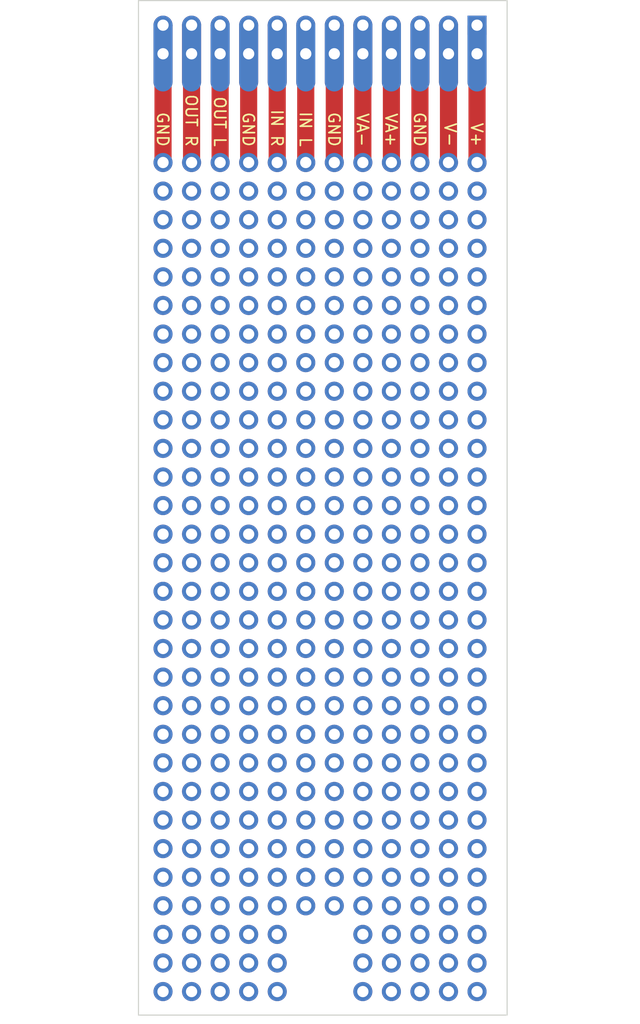
<source format=kicad_pcb>
(kicad_pcb (version 20211014) (generator pcbnew)
  (layers (0 "F.Cu" signal) (31 "B.Cu" signal) (34 "B.Paste" user) (35 "F.Paste" user) (36 "B.SilkS" user "B.Silkscreen") (37 "F.SilkS" user "F.Silkscreen") (38 "B.Mask" user) (39 "F.Mask" user) (44 "Edge.Cuts" user))
  (net 0 "")
  (net 1 "GND")
  (net 2 "R IN")
  (net 3 "L IN")
  (net 4 "V+")
  (net 5 "V-")
  (net 6 "unconnected-(J1-Pad5)")
  (net 7 "unconnected-(J1-Pad4)")
  (net 8 "unconnected-(J1-Pad6)")
  (net 9 "L OUT")
  (net 10 "R OUT")
  (footprint "TestPoint:TestPoint_THTPad_D2.0mm_Drill1.0mm" (layer "F.Cu") (at 121.895 73.58)
    (fp_text reference "REF**65" hide)
    (fp_text value "TestPoint_THTPad_D2.0mm_Drill1.0mm")
  )
  (footprint "TestPoint:TestPoint_THTPad_D2.0mm_Drill1.0mm" (layer "F.Cu") (at 119.355 98.98)
    (fp_text reference "REF**184" hide)
    (fp_text value "TestPoint_THTPad_D2.0mm_Drill1.0mm")
  )
  (footprint "TestPoint:TestPoint_THTPad_D2.0mm_Drill1.0mm" (layer "F.Cu") (at 132.055 124.38)
    (fp_text reference "REF**309" hide)
    (fp_text value "TestPoint_THTPad_D2.0mm_Drill1.0mm")
  )
  (footprint "TestPoint:TestPoint_THTPad_D2.0mm_Drill1.0mm" (layer "F.Cu") (at 109.195 134.54)
    (fp_text reference "REF**348" hide)
    (fp_text value "TestPoint_THTPad_D2.0mm_Drill1.0mm")
  )
  (footprint "TestPoint:TestPoint_THTPad_D2.0mm_Drill1.0mm" (layer "F.Cu") (at 116.815 96.44)
    (fp_text reference "REF**171" hide)
    (fp_text value "TestPoint_THTPad_D2.0mm_Drill1.0mm")
  )
  (footprint "TestPoint:TestPoint_THTPad_D2.0mm_Drill1.0mm" (layer "F.Cu") (at 126.975 109.14)
    (fp_text reference "REF**235" hide)
    (fp_text value "TestPoint_THTPad_D2.0mm_Drill1.0mm")
  )
  (footprint "TestPoint:TestPoint_THTPad_D2.0mm_Drill1.0mm" (layer "F.Cu") (at 124.435 65.96)
    (fp_text reference "REF**30" hide)
    (fp_text value "TestPoint_THTPad_D2.0mm_Drill1.0mm")
  )
  (footprint "TestPoint:TestPoint_THTPad_D2.0mm_Drill1.0mm" (layer "F.Cu") (at 134.595 60.88)
    (fp_text reference "REF**10" hide)
    (fp_text value "TestPoint_THTPad_D2.0mm_Drill1.0mm")
  )
  (footprint "TestPoint:TestPoint_THTPad_D2.0mm_Drill1.0mm" (layer "F.Cu") (at 132.055 101.52)
    (fp_text reference "REF**201" hide)
    (fp_text value "TestPoint_THTPad_D2.0mm_Drill1.0mm")
  )
  (footprint "TestPoint:TestPoint_THTPad_D2.0mm_Drill1.0mm" (layer "F.Cu") (at 119.355 121.84)
    (fp_text reference "REF**292" hide)
    (fp_text value "TestPoint_THTPad_D2.0mm_Drill1.0mm")
  )
  (footprint "TestPoint:TestPoint_THTPad_D2.0mm_Drill1.0mm" (layer "F.Cu") (at 121.895 106.6)
    (fp_text reference "REF**221" hide)
    (fp_text value "TestPoint_THTPad_D2.0mm_Drill1.0mm")
  )
  (footprint "TestPoint:TestPoint_THTPad_D2.0mm_Drill1.0mm" (layer "F.Cu") (at 109.195 81.2)
    (fp_text reference "REF**96" hide)
    (fp_text value "TestPoint_THTPad_D2.0mm_Drill1.0mm")
  )
  (footprint "TestPoint:TestPoint_THTPad_D2.0mm_Drill1.0mm" (layer "F.Cu") (at 137.135 109.14)
    (fp_text reference "REF**239" hide)
    (fp_text value "TestPoint_THTPad_D2.0mm_Drill1.0mm")
  )
  (footprint "TestPoint:TestPoint_THTPad_D2.0mm_Drill1.0mm" (layer "F.Cu") (at 114.275 114.22)
    (fp_text reference "REF**254" hide)
    (fp_text value "TestPoint_THTPad_D2.0mm_Drill1.0mm")
  )
  (footprint "TestPoint:TestPoint_THTPad_D2.0mm_Drill1.0mm" (layer "F.Cu") (at 109.195 98.98)
    (fp_text reference "REF**180" hide)
    (fp_text value "TestPoint_THTPad_D2.0mm_Drill1.0mm")
  )
  (footprint "TestPoint:TestPoint_THTPad_D2.0mm_Drill1.0mm" (layer "F.Cu") (at 116.815 101.52)
    (fp_text reference "REF**195" hide)
    (fp_text value "TestPoint_THTPad_D2.0mm_Drill1.0mm")
  )
  (footprint "TestPoint:TestPoint_THTPad_D2.0mm_Drill1.0mm" (layer "F.Cu") (at 137.135 60.88)
    (fp_text reference "REF**11" hide)
    (fp_text value "TestPoint_THTPad_D2.0mm_Drill1.0mm")
  )
  (footprint "TestPoint:TestPoint_THTPad_D2.0mm_Drill1.0mm" (layer "F.Cu") (at 109.195 109.14)
    (fp_text reference "REF**228" hide)
    (fp_text value "TestPoint_THTPad_D2.0mm_Drill1.0mm")
  )
  (footprint "TestPoint:TestPoint_THTPad_D2.0mm_Drill1.0mm" (layer "F.Cu") (at 137.135 104.06)
    (fp_text reference "REF**215" hide)
    (fp_text value "TestPoint_THTPad_D2.0mm_Drill1.0mm")
  )
  (footprint "TestPoint:TestPoint_THTPad_D2.0mm_Drill1.0mm" (layer "F.Cu") (at 109.195 73.58)
    (fp_text reference "REF**60" hide)
    (fp_text value "TestPoint_THTPad_D2.0mm_Drill1.0mm")
  )
  (footprint "TestPoint:TestPoint_THTPad_D2.0mm_Drill1.0mm" (layer "F.Cu") (at 109.195 71.04)
    (fp_text reference "REF**48" hide)
    (fp_text value "TestPoint_THTPad_D2.0mm_Drill1.0mm")
  )
  (footprint "TestPoint:TestPoint_THTPad_D2.0mm_Drill1.0mm" (layer "F.Cu") (at 109.195 93.9)
    (fp_text reference "REF**156" hide)
    (fp_text value "TestPoint_THTPad_D2.0mm_Drill1.0mm")
  )
  (footprint "TestPoint:TestPoint_THTPad_D2.0mm_Drill1.0mm" (layer "F.Cu") (at 114.275 83.74)
    (fp_text reference "REF**110" hide)
    (fp_text value "TestPoint_THTPad_D2.0mm_Drill1.0mm")
  )
  (footprint "TestPoint:TestPoint_THTPad_D2.0mm_Drill1.0mm" (layer "F.Cu") (at 134.595 132)
    (fp_text reference "REF**346" hide)
    (fp_text value "TestPoint_THTPad_D2.0mm_Drill1.0mm")
  )
  (footprint "TestPoint:TestPoint_THTPad_D2.0mm_Drill1.0mm" (layer "F.Cu") (at 116.815 129.46)
    (fp_text reference "REF**327" hide)
    (fp_text value "TestPoint_THTPad_D2.0mm_Drill1.0mm")
  )
  (footprint "TestPoint:TestPoint_THTPad_D2.0mm_Drill1.0mm" (layer "F.Cu") (at 121.895 86.28)
    (fp_text reference "REF**125" hide)
    (fp_text value "TestPoint_THTPad_D2.0mm_Drill1.0mm")
  )
  (footprint "TestPoint:TestPoint_THTPad_D2.0mm_Drill1.0mm" (layer "F.Cu") (at 119.355 96.44)
    (fp_text reference "REF**172" hide)
    (fp_text value "TestPoint_THTPad_D2.0mm_Drill1.0mm")
  )
  (footprint "TestPoint:TestPoint_THTPad_D2.0mm_Drill1.0mm" (layer "F.Cu") (at 114.275 116.76)
    (fp_text reference "REF**266" hide)
    (fp_text value "TestPoint_THTPad_D2.0mm_Drill1.0mm")
  )
  (footprint "TestPoint:TestPoint_THTPad_D2.0mm_Drill1.0mm" (layer "F.Cu") (at 121.895 81.2)
    (fp_text reference "REF**101" hide)
    (fp_text value "TestPoint_THTPad_D2.0mm_Drill1.0mm")
  )
  (footprint "TestPoint:TestPoint_THTPad_D2.0mm_Drill1.0mm" (layer "F.Cu") (at 116.815 76.12)
    (fp_text reference "REF**75" hide)
    (fp_text value "TestPoint_THTPad_D2.0mm_Drill1.0mm")
  )
  (footprint "TestPoint:TestPoint_THTPad_D2.0mm_Drill1.0mm" (layer "F.Cu") (at 114.275 76.12)
    (fp_text reference "REF**74" hide)
    (fp_text value "TestPoint_THTPad_D2.0mm_Drill1.0mm")
  )
  (footprint "TestPoint:TestPoint_THTPad_D2.0mm_Drill1.0mm" (layer "F.Cu") (at 134.595 63.42)
    (fp_text reference "REF**22" hide)
    (fp_text value "TestPoint_THTPad_D2.0mm_Drill1.0mm")
  )
  (footprint "TestPoint:TestPoint_THTPad_D2.0mm_Drill1.0mm" (layer "F.Cu") (at 129.515 132)
    (fp_text reference "REF**344" hide)
    (fp_text value "TestPoint_THTPad_D2.0mm_Drill1.0mm")
  )
  (footprint "TestPoint:TestPoint_THTPad_D2.0mm_Drill1.0mm" (layer "F.Cu") (at 121.895 121.84)
    (fp_text reference "REF**293" hide)
    (fp_text value "TestPoint_THTPad_D2.0mm_Drill1.0mm")
  )
  (footprint "TestPoint:TestPoint_THTPad_D2.0mm_Drill1.0mm" (layer "F.Cu") (at 109.195 78.66)
    (fp_text reference "REF**84" hide)
    (fp_text value "TestPoint_THTPad_D2.0mm_Drill1.0mm")
  )
  (footprint "TestPoint:TestPoint_THTPad_D2.0mm_Drill1.0mm" (layer "F.Cu") (at 137.135 71.04)
    (fp_text reference "REF**59" hide)
    (fp_text value "TestPoint_THTPad_D2.0mm_Drill1.0mm")
  )
  (footprint "TestPoint:TestPoint_THTPad_D2.0mm_Drill1.0mm" (layer "F.Cu") (at 132.055 93.9)
    (fp_text reference "REF**165" hide)
    (fp_text value "TestPoint_THTPad_D2.0mm_Drill1.0mm")
  )
  (footprint "TestPoint:TestPoint_THTPad_D2.0mm_Drill1.0mm" (layer "F.Cu") (at 126.975 98.98)
    (fp_text reference "REF**187" hide)
    (fp_text value "TestPoint_THTPad_D2.0mm_Drill1.0mm")
  )
  (footprint "TestPoint:TestPoint_THTPad_D2.0mm_Drill1.0mm" (layer "F.Cu") (at 114.275 73.58)
    (fp_text reference "REF**62" hide)
    (fp_text value "TestPoint_THTPad_D2.0mm_Drill1.0mm")
  )
  (footprint "TestPoint:TestPoint_THTPad_D2.0mm_Drill1.0mm" (layer "F.Cu") (at 129.515 109.14)
    (fp_text reference "REF**236" hide)
    (fp_text value "TestPoint_THTPad_D2.0mm_Drill1.0mm")
  )
  (footprint "TestPoint:TestPoint_THTPad_D2.0mm_Drill1.0mm" (layer "F.Cu") (at 109.195 83.74)
    (fp_text reference "REF**108" hide)
    (fp_text value "TestPoint_THTPad_D2.0mm_Drill1.0mm")
  )
  (footprint "TestPoint:TestPoint_THTPad_D2.0mm_Drill1.0mm" (layer "F.Cu") (at 134.595 124.38)
    (fp_text reference "REF**310" hide)
    (fp_text value "TestPoint_THTPad_D2.0mm_Drill1.0mm")
  )
  (footprint "TestPoint:TestPoint_THTPad_D2.0mm_Drill1.0mm" (layer "F.Cu") (at 114.275 111.68)
    (fp_text reference "REF**242" hide)
    (fp_text value "TestPoint_THTPad_D2.0mm_Drill1.0mm")
  )
  (footprint "TestPoint:TestPoint_THTPad_D2.0mm_Drill1.0mm" (layer "F.Cu") (at 114.275 129.46)
    (fp_text reference "REF**326" hide)
    (fp_text value "TestPoint_THTPad_D2.0mm_Drill1.0mm")
  )
  (footprint "TestPoint:TestPoint_THTPad_D2.0mm_Drill1.0mm" (layer "F.Cu") (at 119.355 134.54)
    (fp_text reference "REF**352" hide)
    (fp_text value "TestPoint_THTPad_D2.0mm_Drill1.0mm")
  )
  (footprint "TestPoint:TestPoint_THTPad_D2.0mm_Drill1.0mm" (layer "F.Cu") (at 137.135 126.92)
    (fp_text reference "REF**323" hide)
    (fp_text value "TestPoint_THTPad_D2.0mm_Drill1.0mm")
  )
  (footprint "TestPoint:TestPoint_THTPad_D2.0mm_Drill1.0mm" (layer "F.Cu") (at 137.135 91.36)
    (fp_text reference "REF**155" hide)
    (fp_text value "TestPoint_THTPad_D2.0mm_Drill1.0mm")
  )
  (footprint "TestPoint:TestPoint_THTPad_D2.0mm_Drill1.0mm" (layer "F.Cu") (at 124.435 126.92)
    (fp_text reference "REF**318" hide)
    (fp_text value "TestPoint_THTPad_D2.0mm_Drill1.0mm")
  )
  (footprint "TestPoint:TestPoint_THTPad_D2.0mm_Drill1.0mm" (layer "F.Cu") (at 126.975 65.96)
    (fp_text reference "REF**31" hide)
    (fp_text value "TestPoint_THTPad_D2.0mm_Drill1.0mm")
  )
  (footprint "TestPoint:TestPoint_THTPad_D2.0mm_Drill1.0mm" (layer "F.Cu") (at 121.895 96.44)
    (fp_text reference "REF**173" hide)
    (fp_text value "TestPoint_THTPad_D2.0mm_Drill1.0mm")
  )
  (footprint "TestPoint:TestPoint_THTPad_D2.0mm_Drill1.0mm" (layer "F.Cu") (at 121.895 68.5)
    (fp_text reference "REF**41" hide)
    (fp_text value "TestPoint_THTPad_D2.0mm_Drill1.0mm")
  )
  (footprint "TestPoint:TestPoint_THTPad_D2.0mm_Drill1.0mm" (layer "F.Cu") (at 129.515 129.46)
    (fp_text reference "REF**332" hide)
    (fp_text value "TestPoint_THTPad_D2.0mm_Drill1.0mm")
  )
  (footprint "TestPoint:TestPoint_THTPad_D2.0mm_Drill1.0mm" (layer "F.Cu") (at 111.735 132)
    (fp_text reference "REF**337" hide)
    (fp_text value "TestPoint_THTPad_D2.0mm_Drill1.0mm")
  )
  (footprint "TestPoint:TestPoint_THTPad_D2.0mm_Drill1.0mm" (layer "F.Cu") (at 119.355 114.22)
    (fp_text reference "REF**256" hide)
    (fp_text value "TestPoint_THTPad_D2.0mm_Drill1.0mm")
  )
  (footprint "TestPoint:TestPoint_THTPad_D2.0mm_Drill1.0mm" (layer "F.Cu") (at 126.975 86.28)
    (fp_text reference "REF**127" hide)
    (fp_text value "TestPoint_THTPad_D2.0mm_Drill1.0mm")
  )
  (footprint "TestPoint:TestPoint_THTPad_D2.0mm_Drill1.0mm" (layer "F.Cu") (at 129.515 78.66)
    (fp_text reference "REF**92" hide)
    (fp_text value "TestPoint_THTPad_D2.0mm_Drill1.0mm")
  )
  (footprint "TestPoint:TestPoint_THTPad_D2.0mm_Drill1.0mm" (layer "F.Cu") (at 111.735 60.88)
    (fp_text reference "REF**1" hide)
    (fp_text value "TestPoint_THTPad_D2.0mm_Drill1.0mm")
  )
  (footprint "TestPoint:TestPoint_THTPad_D2.0mm_Drill1.0mm" (layer "F.Cu") (at 137.135 116.76)
    (fp_text reference "REF**275" hide)
    (fp_text value "TestPoint_THTPad_D2.0mm_Drill1.0mm")
  )
  (footprint "TestPoint:TestPoint_THTPad_D2.0mm_Drill1.0mm" (layer "F.Cu") (at 132.055 121.84)
    (fp_text reference "REF**297" hide)
    (fp_text value "TestPoint_THTPad_D2.0mm_Drill1.0mm")
  )
  (footprint "TestPoint:TestPoint_THTPad_D2.0mm_Drill1.0mm" (layer "F.Cu") (at 119.355 65.96)
    (fp_text reference "REF**28" hide)
    (fp_text value "TestPoint_THTPad_D2.0mm_Drill1.0mm")
  )
  (footprint "TestPoint:TestPoint_THTPad_D2.0mm_Drill1.0mm" (layer "F.Cu") (at 129.515 63.42)
    (fp_text reference "REF**20" hide)
    (fp_text value "TestPoint_THTPad_D2.0mm_Drill1.0mm")
  )
  (footprint "TestPoint:TestPoint_THTPad_D2.0mm_Drill1.0mm" (layer "F.Cu") (at 129.515 68.5)
    (fp_text reference "REF**44" hide)
    (fp_text value "TestPoint_THTPad_D2.0mm_Drill1.0mm")
  )
  (footprint "TestPoint:TestPoint_THTPad_D2.0mm_Drill1.0mm" (layer "F.Cu") (at 114.275 98.98)
    (fp_text reference "REF**182" hide)
    (fp_text value "TestPoint_THTPad_D2.0mm_Drill1.0mm")
  )
  (footprint "TestPoint:TestPoint_THTPad_D2.0mm_Drill1.0mm" (layer "F.Cu") (at 114.275 81.2)
    (fp_text reference "REF**98" hide)
    (fp_text value "TestPoint_THTPad_D2.0mm_Drill1.0mm")
  )
  (footprint "TestPoint:TestPoint_THTPad_D2.0mm_Drill1.0mm" (layer "F.Cu") (at 114.275 63.42)
    (fp_text reference "REF**14" hide)
    (fp_text value "TestPoint_THTPad_D2.0mm_Drill1.0mm")
  )
  (footprint "TestPoint:TestPoint_THTPad_D2.0mm_Drill1.0mm" (layer "F.Cu") (at 134.595 76.12)
    (fp_text reference "REF**82" hide)
    (fp_text value "TestPoint_THTPad_D2.0mm_Drill1.0mm")
  )
  (footprint "TestPoint:TestPoint_THTPad_D2.0mm_Drill1.0mm" (layer "F.Cu") (at 126.975 83.74)
    (fp_text reference "REF**115" hide)
    (fp_text value "TestPoint_THTPad_D2.0mm_Drill1.0mm")
  )
  (footprint "TestPoint:TestPoint_THTPad_D2.0mm_Drill1.0mm" (layer "F.Cu") (at 114.275 91.36)
    (fp_text reference "REF**146" hide)
    (fp_text value "TestPoint_THTPad_D2.0mm_Drill1.0mm")
  )
  (footprint "TestPoint:TestPoint_THTPad_D2.0mm_Drill1.0mm" (layer "F.Cu") (at 111.735 86.28)
    (fp_text reference "REF**121" hide)
    (fp_text value "TestPoint_THTPad_D2.0mm_Drill1.0mm")
  )
  (footprint "TestPoint:TestPoint_THTPad_D2.0mm_Drill1.0mm" (layer "F.Cu") (at 116.815 126.92)
    (fp_text reference "REF**315" hide)
    (fp_text value "TestPoint_THTPad_D2.0mm_Drill1.0mm")
  )
  (footprint "TestPoint:TestPoint_THTPad_D2.0mm_Drill1.0mm" (layer "F.Cu") (at 116.815 91.36)
    (fp_text reference "REF**147" hide)
    (fp_text value "TestPoint_THTPad_D2.0mm_Drill1.0mm")
  )
  (footprint "TestPoint:TestPoint_THTPad_D2.0mm_Drill1.0mm" (layer "F.Cu") (at 114.275 109.14)
    (fp_text reference "REF**230" hide)
    (fp_text value "TestPoint_THTPad_D2.0mm_Drill1.0mm")
  )
  (footprint "TestPoint:TestPoint_THTPad_D2.0mm_Drill1.0mm" (layer "F.Cu") (at 124.435 109.14)
    (fp_text reference "REF**234" hide)
    (fp_text value "TestPoint_THTPad_D2.0mm_Drill1.0mm")
  )
  (footprint "TestPoint:TestPoint_THTPad_D2.0mm_Drill1.0mm" (layer "F.Cu") (at 109.195 96.44)
    (fp_text reference "REF**168" hide)
    (fp_text value "TestPoint_THTPad_D2.0mm_Drill1.0mm")
  )
  (footprint "TestPoint:TestPoint_THTPad_D2.0mm_Drill1.0mm" (layer "F.Cu") (at 126.975 91.36)
    (fp_text reference "REF**151" hide)
    (fp_text value "TestPoint_THTPad_D2.0mm_Drill1.0mm")
  )
  (footprint "TestPoint:TestPoint_THTPad_D2.0mm_Drill1.0mm" (layer "F.Cu") (at 111.735 116.76)
    (fp_text reference "REF**265" hide)
    (fp_text value "TestPoint_THTPad_D2.0mm_Drill1.0mm")
  )
  (footprint "TestPoint:TestPoint_THTPad_D2.0mm_Drill1.0mm" (layer "F.Cu") (at 109.195 132)
    (fp_text reference "REF**336" hide)
    (fp_text value "TestPoint_THTPad_D2.0mm_Drill1.0mm")
  )
  (footprint "TestPoint:TestPoint_THTPad_D2.0mm_Drill1.0mm" (layer "F.Cu") (at 137.135 73.58)
    (fp_text reference "REF**71" hide)
    (fp_text value "TestPoint_THTPad_D2.0mm_Drill1.0mm")
  )
  (footprint "TestPoint:TestPoint_THTPad_D2.0mm_Drill1.0mm" (layer "F.Cu") (at 114.275 78.66)
    (fp_text reference "REF**86" hide)
    (fp_text value "TestPoint_THTPad_D2.0mm_Drill1.0mm")
  )
  (footprint "TestPoint:TestPoint_THTPad_D2.0mm_Drill1.0mm" (layer "F.Cu") (at 134.595 73.58)
    (fp_text reference "REF**70" hide)
    (fp_text value "TestPoint_THTPad_D2.0mm_Drill1.0mm")
  )
  (footprint "TestPoint:TestPoint_THTPad_D2.0mm_Drill1.0mm" (layer "F.Cu") (at 129.515 101.52)
    (fp_text reference "REF**200" hide)
    (fp_text value "TestPoint_THTPad_D2.0mm_Drill1.0mm")
  )
  (footprint "TestPoint:TestPoint_THTPad_D2.0mm_Drill1.0mm" (layer "F.Cu") (at 111.735 96.44)
    (fp_text reference "REF**169" hide)
    (fp_text value "TestPoint_THTPad_D2.0mm_Drill1.0mm")
  )
  (footprint "TestPoint:TestPoint_THTPad_D2.0mm_Drill1.0mm" (layer "F.Cu") (at 132.055 109.14)
    (fp_text reference "REF**237" hide)
    (fp_text value "TestPoint_THTPad_D2.0mm_Drill1.0mm")
  )
  (footprint "TestPoint:TestPoint_THTPad_D2.0mm_Drill1.0mm" (layer "F.Cu") (at 134.595 88.82)
    (fp_text reference "REF**142" hide)
    (fp_text value "TestPoint_THTPad_D2.0mm_Drill1.0mm")
  )
  (footprint "TestPoint:TestPoint_THTPad_D2.0mm_Drill1.0mm" (layer "F.Cu") (at 116.815 73.58)
    (fp_text reference "REF**63" hide)
    (fp_text value "TestPoint_THTPad_D2.0mm_Drill1.0mm")
  )
  (footprint "TestPoint:TestPoint_THTPad_D2.0mm_Drill1.0mm" (layer "F.Cu") (at 126.975 124.38)
    (fp_text reference "REF**307" hide)
    (fp_text value "TestPoint_THTPad_D2.0mm_Drill1.0mm")
  )
  (footprint "TestPoint:TestPoint_THTPad_D2.0mm_Drill1.0mm" (layer "F.Cu") (at 121.895 93.9)
    (fp_text reference "REF**161" hide)
    (fp_text value "TestPoint_THTPad_D2.0mm_Drill1.0mm")
  )
  (footprint "TestPoint:TestPoint_THTPad_D2.0mm_Drill1.0mm" (layer "F.Cu") (at 132.055 134.54)
    (fp_text reference "REF**357" hide)
    (fp_text value "TestPoint_THTPad_D2.0mm_Drill1.0mm")
  )
  (footprint "TestPoint:TestPoint_THTPad_D2.0mm_Drill1.0mm" (layer "F.Cu") (at 129.515 81.2)
    (fp_text reference "REF**104" hide)
    (fp_text value "TestPoint_THTPad_D2.0mm_Drill1.0mm")
  )
  (footprint "TestPoint:TestPoint_THTPad_D2.0mm_Drill1.0mm" (layer "F.Cu") (at 137.135 96.44)
    (fp_text reference "REF**179" hide)
    (fp_text value "TestPoint_THTPad_D2.0mm_Drill1.0mm")
  )
  (footprint "TestPoint:TestPoint_THTPad_D2.0mm_Drill1.0mm" (layer "F.Cu") (at 109.195 101.52)
    (fp_text reference "REF**192" hide)
    (fp_text value "TestPoint_THTPad_D2.0mm_Drill1.0mm")
  )
  (footprint "TestPoint:TestPoint_THTPad_D2.0mm_Drill1.0mm" (layer "F.Cu") (at 124.435 96.44)
    (fp_text reference "REF**174" hide)
    (fp_text value "TestPoint_THTPad_D2.0mm_Drill1.0mm")
  )
  (footprint "TestPoint:TestPoint_THTPad_D2.0mm_Drill1.0mm" (layer "F.Cu") (at 119.355 129.46)
    (fp_text reference "REF**328" hide)
    (fp_text value "TestPoint_THTPad_D2.0mm_Drill1.0mm")
  )
  (footprint "TestPoint:TestPoint_THTPad_D2.0mm_Drill1.0mm" (layer "F.Cu") (at 116.815 88.82)
    (fp_text reference "REF**135" hide)
    (fp_text value "TestPoint_THTPad_D2.0mm_Drill1.0mm")
  )
  (footprint "TestPoint:TestPoint_THTPad_D2.0mm_Drill1.0mm" (layer "F.Cu") (at 137.135 78.66)
    (fp_text reference "REF**95" hide)
    (fp_text value "TestPoint_THTPad_D2.0mm_Drill1.0mm")
  )
  (footprint "TestPoint:TestPoint_THTPad_D2.0mm_Drill1.0mm" (layer "F.Cu") (at 109.195 76.12)
    (fp_text reference "REF**72" hide)
    (fp_text value "TestPoint_THTPad_D2.0mm_Drill1.0mm")
  )
  (footprint "TestPoint:TestPoint_THTPad_D2.0mm_Drill1.0mm" (layer "F.Cu") (at 126.975 76.12)
    (fp_text reference "REF**79" hide)
    (fp_text value "TestPoint_THTPad_D2.0mm_Drill1.0mm")
  )
  (footprint "TestPoint:TestPoint_THTPad_D2.0mm_Drill1.0mm" (layer "F.Cu") (at 137.135 114.22)
    (fp_text reference "REF**263" hide)
    (fp_text value "TestPoint_THTPad_D2.0mm_Drill1.0mm")
  )
  (footprint "TestPoint:TestPoint_THTPad_D2.0mm_Drill1.0mm" (layer "F.Cu") (at 114.275 106.6)
    (fp_text reference "REF**218" hide)
    (fp_text value "TestPoint_THTPad_D2.0mm_Drill1.0mm")
  )
  (footprint "TestPoint:TestPoint_THTPad_D2.0mm_Drill1.0mm" (layer "F.Cu") (at 111.735 68.5)
    (fp_text reference "REF**37" hide)
    (fp_text value "TestPoint_THTPad_D2.0mm_Drill1.0mm")
  )
  (footprint "TestPoint:TestPoint_THTPad_D2.0mm_Drill1.0mm" (layer "F.Cu") (at 132.055 114.22)
    (fp_text reference "REF**261" hide)
    (fp_text value "TestPoint_THTPad_D2.0mm_Drill1.0mm")
  )
  (footprint "TestPoint:TestPoint_THTPad_D2.0mm_Drill1.0mm" (layer "F.Cu") (at 132.055 111.68)
    (fp_text reference "REF**249" hide)
    (fp_text value "TestPoint_THTPad_D2.0mm_Drill1.0mm")
  )
  (footprint "TestPoint:TestPoint_THTPad_D2.0mm_Drill1.0mm" (layer "F.Cu") (at 116.815 119.3)
    (fp_text reference "REF**279" hide)
    (fp_text value "TestPoint_THTPad_D2.0mm_Drill1.0mm")
  )
  (footprint "TestPoint:TestPoint_THTPad_D2.0mm_Drill1.0mm" (layer "F.Cu") (at 137.135 101.52)
    (fp_text reference "REF**203" hide)
    (fp_text value "TestPoint_THTPad_D2.0mm_Drill1.0mm")
  )
  (footprint "TestPoint:TestPoint_THTPad_D2.0mm_Drill1.0mm" (layer "F.Cu") (at 116.815 98.98)
    (fp_text reference "REF**183" hide)
    (fp_text value "TestPoint_THTPad_D2.0mm_Drill1.0mm")
  )
  (footprint "TestPoint:TestPoint_THTPad_D2.0mm_Drill1.0mm" (layer "F.Cu") (at 124.435 73.58)
    (fp_text reference "REF**66" hide)
    (fp_text value "TestPoint_THTPad_D2.0mm_Drill1.0mm")
  )
  (footprint "TestPoint:TestPoint_THTPad_D2.0mm_Drill1.0mm" (layer "F.Cu") (at 109.195 106.6)
    (fp_text reference "REF**216" hide)
    (fp_text value "TestPoint_THTPad_D2.0mm_Drill1.0mm")
  )
  (footprint "TestPoint:TestPoint_THTPad_D2.0mm_Drill1.0mm" (layer "F.Cu") (at 111.735 121.84)
    (fp_text reference "REF**289" hide)
    (fp_text value "TestPoint_THTPad_D2.0mm_Drill1.0mm")
  )
  (footprint "TestPoint:TestPoint_THTPad_D2.0mm_Drill1.0mm" (layer "F.Cu") (at 116.815 109.14)
    (fp_text reference "REF**231" hide)
    (fp_text value "TestPoint_THTPad_D2.0mm_Drill1.0mm")
  )
  (footprint "TestPoint:TestPoint_THTPad_D2.0mm_Drill1.0mm" (layer "F.Cu") (at 132.055 126.92)
    (fp_text reference "REF**321" hide)
    (fp_text value "TestPoint_THTPad_D2.0mm_Drill1.0mm")
  )
  (footprint "TestPoint:TestPoint_THTPad_D2.0mm_Drill1.0mm" (layer "F.Cu") (at 134.595 129.46)
    (fp_text reference "REF**334" hide)
    (fp_text value "TestPoint_THTPad_D2.0mm_Drill1.0mm")
  )
  (footprint "TestPoint:TestPoint_THTPad_D2.0mm_Drill1.0mm" (layer "F.Cu") (at 132.055 129.46)
    (fp_text reference "REF**333" hide)
    (fp_text value "TestPoint_THTPad_D2.0mm_Drill1.0mm")
  )
  (footprint "TestPoint:TestPoint_THTPad_D2.0mm_Drill1.0mm" (layer "F.Cu") (at 126.975 116.76)
    (fp_text reference "REF**271" hide)
    (fp_text value "TestPoint_THTPad_D2.0mm_Drill1.0mm")
  )
  (footprint "TestPoint:TestPoint_THTPad_D2.0mm_Drill1.0mm" (layer "F.Cu") (at 137.135 88.82)
    (fp_text reference "REF**143" hide)
    (fp_text value "TestPoint_THTPad_D2.0mm_Drill1.0mm")
  )
  (footprint "TestPoint:TestPoint_THTPad_D2.0mm_Drill1.0mm" (layer "F.Cu") (at 129.515 134.54)
    (fp_text reference "REF**356" hide)
    (fp_text value "TestPoint_THTPad_D2.0mm_Drill1.0mm")
  )
  (footprint "TestPoint:TestPoint_THTPad_D2.0mm_Drill1.0mm" (layer "F.Cu") (at 124.435 68.5)
    (fp_text reference "REF**42" hide)
    (fp_text value "TestPoint_THTPad_D2.0mm_Drill1.0mm")
  )
  (footprint "TestPoint:TestPoint_THTPad_D2.0mm_Drill1.0mm" (layer "F.Cu") (at 111.735 104.06)
    (fp_text reference "REF**205" hide)
    (fp_text value "TestPoint_THTPad_D2.0mm_Drill1.0mm")
  )
  (footprint "TestPoint:TestPoint_THTPad_D2.0mm_Drill1.0mm" (layer "F.Cu") (at 137.135 76.12)
    (fp_text reference "REF**83" hide)
    (fp_text value "TestPoint_THTPad_D2.0mm_Drill1.0mm")
  )
  (footprint "TestPoint:TestPoint_THTPad_D2.0mm_Drill1.0mm" (layer "F.Cu") (at 137.135 65.96)
    (fp_text reference "REF**35" hide)
    (fp_text value "TestPoint_THTPad_D2.0mm_Drill1.0mm")
  )
  (footprint "TestPoint:TestPoint_THTPad_D2.0mm_Drill1.0mm" (layer "F.Cu") (at 116.815 93.9)
    (fp_text reference "REF**159" hide)
    (fp_text value "TestPoint_THTPad_D2.0mm_Drill1.0mm")
  )
  (footprint "TestPoint:TestPoint_THTPad_D2.0mm_Drill1.0mm" (layer "F.Cu") (at 137.135 81.2)
    (fp_text reference "REF**107" hide)
    (fp_text value "TestPoint_THTPad_D2.0mm_Drill1.0mm")
  )
  (footprint "TestPoint:TestPoint_THTPad_D2.0mm_Drill1.0mm" (layer "F.Cu") (at 121.895 104.06)
    (fp_text reference "REF**209" hide)
    (fp_text value "TestPoint_THTPad_D2.0mm_Drill1.0mm")
  )
  (footprint "TestPoint:TestPoint_THTPad_D2.0mm_Drill1.0mm" (layer "F.Cu") (at 109.195 119.3)
    (fp_text reference "REF**276" hide)
    (fp_text value "TestPoint_THTPad_D2.0mm_Drill1.0mm")
  )
  (footprint "TestPoint:TestPoint_THTPad_D2.0mm_Drill1.0mm" (layer "F.Cu") (at 129.515 111.68)
    (fp_text reference "REF**248" hide)
    (fp_text value "TestPoint_THTPad_D2.0mm_Drill1.0mm")
  )
  (footprint "TestPoint:TestPoint_THTPad_D2.0mm_Drill1.0mm" (layer "F.Cu") (at 134.595 101.52)
    (fp_text reference "REF**202" hide)
    (fp_text value "TestPoint_THTPad_D2.0mm_Drill1.0mm")
  )
  (footprint "TestPoint:TestPoint_THTPad_D2.0mm_Drill1.0mm" (layer "F.Cu") (at 137.135 132)
    (fp_text reference "REF**347" hide)
    (fp_text value "TestPoint_THTPad_D2.0mm_Drill1.0mm")
  )
  (footprint "TestPoint:TestPoint_THTPad_D2.0mm_Drill1.0mm" (layer "F.Cu") (at 114.275 93.9)
    (fp_text reference "REF**158" hide)
    (fp_text value "TestPoint_THTPad_D2.0mm_Drill1.0mm")
  )
  (footprint "TestPoint:TestPoint_THTPad_D2.0mm_Drill1.0mm" (layer "F.Cu") (at 126.975 121.84)
    (fp_text reference "REF**295" hide)
    (fp_text value "TestPoint_THTPad_D2.0mm_Drill1.0mm")
  )
  (footprint "TestPoint:TestPoint_THTPad_D2.0mm_Drill1.0mm" (layer "F.Cu") (at 109.195 65.96)
    (fp_text reference "REF**24" hide)
    (fp_text value "TestPoint_THTPad_D2.0mm_Drill1.0mm")
  )
  (footprint "TestPoint:TestPoint_THTPad_D2.0mm_Drill1.0mm" (layer "F.Cu") (at 134.595 109.14)
    (fp_text reference "REF**238" hide)
    (fp_text value "TestPoint_THTPad_D2.0mm_Drill1.0mm")
  )
  (footprint "TestPoint:TestPoint_THTPad_D2.0mm_Drill1.0mm" (layer "F.Cu") (at 119.355 73.58)
    (fp_text reference "REF**64" hide)
    (fp_text value "TestPoint_THTPad_D2.0mm_Drill1.0mm")
  )
  (footprint "TestPoint:TestPoint_THTPad_D2.0mm_Drill1.0mm" (layer "F.Cu") (at 132.055 106.6)
    (fp_text reference "REF**225" hide)
    (fp_text value "TestPoint_THTPad_D2.0mm_Drill1.0mm")
  )
  (footprint "TestPoint:TestPoint_THTPad_D2.0mm_Drill1.0mm" (layer "F.Cu") (at 121.895 109.14)
    (fp_text reference "REF**233" hide)
    (fp_text value "TestPoint_THTPad_D2.0mm_Drill1.0mm")
  )
  (footprint "TestPoint:TestPoint_THTPad_D2.0mm_Drill1.0mm" (layer "F.Cu") (at 119.355 83.74)
    (fp_text reference "REF**112" hide)
    (fp_text value "TestPoint_THTPad_D2.0mm_Drill1.0mm")
  )
  (footprint "TestPoint:TestPoint_THTPad_D2.0mm_Drill1.0mm" (layer "F.Cu") (at 137.135 119.3)
    (fp_text reference "REF**287" hide)
    (fp_text value "TestPoint_THTPad_D2.0mm_Drill1.0mm")
  )
  (footprint "TestPoint:TestPoint_THTPad_D2.0mm_Drill1.0mm" (layer "F.Cu") (at 137.135 124.38)
    (fp_text reference "REF**311" hide)
    (fp_text value "TestPoint_THTPad_D2.0mm_Drill1.0mm")
  )
  (footprint "TestPoint:TestPoint_THTPad_D2.0mm_Drill1.0mm" (layer "F.Cu") (at 132.055 81.2)
    (fp_text reference "REF**105" hide)
    (fp_text value "TestPoint_THTPad_D2.0mm_Drill1.0mm")
  )
  (footprint "TestPoint:TestPoint_THTPad_D2.0mm_Drill1.0mm" (layer "F.Cu") (at 121.895 83.74)
    (fp_text reference "REF**113" hide)
    (fp_text value "TestPoint_THTPad_D2.0mm_Drill1.0mm")
  )
  (footprint "TestPoint:TestPoint_THTPad_D2.0mm_Drill1.0mm" (layer "F.Cu") (at 109.195 68.5)
    (fp_text reference "REF**36" hide)
    (fp_text value "TestPoint_THTPad_D2.0mm_Drill1.0mm")
  )
  (footprint "TestPoint:TestPoint_THTPad_D2.0mm_Drill1.0mm" (layer "F.Cu") (at 121.895 101.52)
    (fp_text reference "REF**197" hide)
    (fp_text value "TestPoint_THTPad_D2.0mm_Drill1.0mm")
  )
  (footprint "TestPoint:TestPoint_THTPad_D2.0mm_Drill1.0mm" (layer "F.Cu") (at 134.595 119.3)
    (fp_text reference "REF**286" hide)
    (fp_text value "TestPoint_THTPad_D2.0mm_Drill1.0mm")
  )
  (footprint "TestPoint:TestPoint_THTPad_D2.0mm_Drill1.0mm" (layer "F.Cu") (at 116.815 132)
    (fp_text reference "REF**339" hide)
    (fp_text value "TestPoint_THTPad_D2.0mm_Drill1.0mm")
  )
  (footprint "TestPoint:TestPoint_THTPad_D2.0mm_Drill1.0mm" (layer "F.Cu") (at 132.055 132)
    (fp_text reference "REF**345" hide)
    (fp_text value "TestPoint_THTPad_D2.0mm_Drill1.0mm")
  )
  (footprint "TestPoint:TestPoint_THTPad_D2.0mm_Drill1.0mm" (layer "F.Cu") (at 121.895 60.88)
    (fp_text reference "REF**5" hide)
    (fp_text value "TestPoint_THTPad_D2.0mm_Drill1.0mm")
  )
  (footprint "TestPoint:TestPoint_THTPad_D2.0mm_Drill1.0mm" (layer "F.Cu") (at 119.355 76.12)
    (fp_text reference "REF**76" hide)
    (fp_text value "TestPoint_THTPad_D2.0mm_Drill1.0mm")
  )
  (footprint "TestPoint:TestPoint_THTPad_D2.0mm_Drill1.0mm" (layer "F.Cu") (at 121.895 91.36)
    (fp_text reference "REF**149" hide)
    (fp_text value "TestPoint_THTPad_D2.0mm_Drill1.0mm")
  )
  (footprint "TestPoint:TestPoint_THTPad_D2.0mm_Drill1.0mm" (layer "F.Cu") (at 132.055 104.06)
    (fp_text reference "REF**213" hide)
    (fp_text value "TestPoint_THTPad_D2.0mm_Drill1.0mm")
  )
  (footprint "TestPoint:TestPoint_THTPad_D2.0mm_Drill1.0mm" (layer "F.Cu") (at 137.135 93.9)
    (fp_text reference "REF**167" hide)
    (fp_text value "TestPoint_THTPad_D2.0mm_Drill1.0mm")
  )
  (footprint "TestPoint:TestPoint_THTPad_D2.0mm_Drill1.0mm" (layer "F.Cu") (at 126.975 106.6)
    (fp_text reference "REF**223" hide)
    (fp_text value "TestPoint_THTPad_D2.0mm_Drill1.0mm")
  )
  (footprint "TestPoint:TestPoint_THTPad_D2.0mm_Drill1.0mm" (layer "F.Cu") (at 109.195 121.84)
    (fp_text reference "REF**288" hide)
    (fp_text value "TestPoint_THTPad_D2.0mm_Drill1.0mm")
  )
  (footprint "TestPoint:TestPoint_THTPad_D2.0mm_Drill1.0mm" (layer "F.Cu") (at 134.595 65.96)
    (fp_text reference "REF**34" hide)
    (fp_text value "TestPoint_THTPad_D2.0mm_Drill1.0mm")
  )
  (footprint "TestPoint:TestPoint_THTPad_D2.0mm_Drill1.0mm" (layer "F.Cu") (at 109.195 63.42)
    (fp_text reference "REF**12" hide)
    (fp_text value "TestPoint_THTPad_D2.0mm_Drill1.0mm")
  )
  (footprint "TestPoint:TestPoint_THTPad_D2.0mm_Drill1.0mm" (layer "F.Cu") (at 129.515 119.3)
    (fp_text reference "REF**284" hide)
    (fp_text value "TestPoint_THTPad_D2.0mm_Drill1.0mm")
  )
  (footprint "TestPoint:TestPoint_THTPad_D2.0mm_Drill1.0mm" (layer "F.Cu") (at 111.735 114.22)
    (fp_text reference "REF**253" hide)
    (fp_text value "TestPoint_THTPad_D2.0mm_Drill1.0mm")
  )
  (footprint "TestPoint:TestPoint_THTPad_D2.0mm_Drill1.0mm" (layer "F.Cu") (at 124.435 93.9)
    (fp_text reference "REF**162" hide)
    (fp_text value "TestPoint_THTPad_D2.0mm_Drill1.0mm")
  )
  (footprint "TestPoint:TestPoint_THTPad_D2.0mm_Drill1.0mm" (layer "F.Cu") (at 124.435 104.06)
    (fp_text reference "REF**210" hide)
    (fp_text value "TestPoint_THTPad_D2.0mm_Drill1.0mm")
  )
  (footprint "TestPoint:TestPoint_THTPad_D2.0mm_Drill1.0mm" (layer "F.Cu") (at 132.055 73.58)
    (fp_text reference "REF**69" hide)
    (fp_text value "TestPoint_THTPad_D2.0mm_Drill1.0mm")
  )
  (footprint "TestPoint:TestPoint_THTPad_D2.0mm_Drill1.0mm" (layer "F.Cu") (at 124.435 76.12)
    (fp_text reference "REF**78" hide)
    (fp_text value "TestPoint_THTPad_D2.0mm_Drill1.0mm")
  )
  (footprint "TestPoint:TestPoint_THTPad_D2.0mm_Drill1.0mm" (layer "F.Cu") (at 119.355 71.04)
    (fp_text reference "REF**52" hide)
    (fp_text value "TestPoint_THTPad_D2.0mm_Drill1.0mm")
  )
  (footprint "TestPoint:TestPoint_THTPad_D2.0mm_Drill1.0mm" (layer "F.Cu") (at 116.815 68.5)
    (fp_text reference "REF**39" hide)
    (fp_text value "TestPoint_THTPad_D2.0mm_Drill1.0mm")
  )
  (footprint "TestPoint:TestPoint_THTPad_D2.0mm_Drill1.0mm" (layer "F.Cu") (at 124.435 91.36)
    (fp_text reference "REF**150" hide)
    (fp_text value "TestPoint_THTPad_D2.0mm_Drill1.0mm")
  )
  (footprint "TestPoint:TestPoint_THTPad_D2.0mm_Drill1.0mm" (layer "F.Cu") (at 119.355 104.06)
    (fp_text reference "REF**208" hide)
    (fp_text value "TestPoint_THTPad_D2.0mm_Drill1.0mm")
  )
  (footprint "TestPoint:TestPoint_THTPad_D2.0mm_Drill1.0mm" (layer "F.Cu") (at 119.355 86.28)
    (fp_text reference "REF**124" hide)
    (fp_text value "TestPoint_THTPad_D2.0mm_Drill1.0mm")
  )
  (footprint "TestPoint:TestPoint_THTPad_D2.0mm_Drill1.0mm" (layer "F.Cu") (at 121.895 88.82)
    (fp_text reference "REF**137" hide)
    (fp_text value "TestPoint_THTPad_D2.0mm_Drill1.0mm")
  )
  (footprint "TestPoint:TestPoint_THTPad_D2.0mm_Drill1.0mm" (layer "F.Cu") (at 111.735 111.68)
    (fp_text reference "REF**241" hide)
    (fp_text value "TestPoint_THTPad_D2.0mm_Drill1.0mm")
  )
  (footprint "TestPoint:TestPoint_THTPad_D2.0mm_Drill1.0mm" (layer "F.Cu") (at 116.815 121.84)
    (fp_text reference "REF**291" hide)
    (fp_text value "TestPoint_THTPad_D2.0mm_Drill1.0mm")
  )
  (footprint "TestPoint:TestPoint_THTPad_D2.0mm_Drill1.0mm" (layer "F.Cu") (at 116.815 65.96)
    (fp_text reference "REF**27" hide)
    (fp_text value "TestPoint_THTPad_D2.0mm_Drill1.0mm")
  )
  (footprint "TestPoint:TestPoint_THTPad_D2.0mm_Drill1.0mm" (layer "F.Cu") (at 114.275 132)
    (fp_text reference "REF**338" hide)
    (fp_text value "TestPoint_THTPad_D2.0mm_Drill1.0mm")
  )
  (footprint "TestPoint:TestPoint_THTPad_D2.0mm_Drill1.0mm" (layer "F.Cu") (at 126.975 73.58)
    (fp_text reference "REF**67" hide)
    (fp_text value "TestPoint_THTPad_D2.0mm_Drill1.0mm")
  )
  (footprint "TestPoint:TestPoint_THTPad_D2.0mm_Drill1.0mm" (layer "F.Cu") (at 109.195 129.46)
    (fp_text reference "REF**324" hide)
    (fp_text value "TestPoint_THTPad_D2.0mm_Drill1.0mm")
  )
  (footprint "TestPoint:TestPoint_THTPad_D2.0mm_Drill1.0mm" (layer "F.Cu") (at 132.055 83.74)
    (fp_text reference "REF**117" hide)
    (fp_text value "TestPoint_THTPad_D2.0mm_Drill1.0mm")
  )
  (footprint "TestPoint:TestPoint_THTPad_D2.0mm_Drill1.0mm" (layer "F.Cu") (at 137.135 83.74)
    (fp_text reference "REF**119" hide)
    (fp_text value "TestPoint_THTPad_D2.0mm_Drill1.0mm")
  )
  (footprint "TestPoint:TestPoint_THTPad_D2.0mm_Drill1.0mm" (layer "F.Cu") (at 126.975 129.46)
    (fp_text reference "REF**331" hide)
    (fp_text value "TestPoint_THTPad_D2.0mm_Drill1.0mm")
  )
  (footprint "TestPoint:TestPoint_THTPad_D2.0mm_Drill1.0mm" (layer "F.Cu") (at 124.435 106.6)
    (fp_text reference "REF**222" hide)
    (fp_text value "TestPoint_THTPad_D2.0mm_Drill1.0mm")
  )
  (footprint "TestPoint:TestPoint_THTPad_D2.0mm_Drill1.0mm" (layer "F.Cu") (at 137.135 121.84)
    (fp_text reference "REF**299" hide)
    (fp_text value "TestPoint_THTPad_D2.0mm_Drill1.0mm")
  )
  (footprint "TestPoint:TestPoint_THTPad_D2.0mm_Drill1.0mm" (layer "F.Cu") (at 132.055 96.44)
    (fp_text reference "REF**177" hide)
    (fp_text value "TestPoint_THTPad_D2.0mm_Drill1.0mm")
  )
  (footprint "TestPoint:TestPoint_THTPad_D2.0mm_Drill1.0mm" (layer "F.Cu") (at 137.135 63.42)
    (fp_text reference "REF**23" hide)
    (fp_text value "TestPoint_THTPad_D2.0mm_Drill1.0mm")
  )
  (footprint "TestPoint:TestPoint_THTPad_D2.0mm_Drill1.0mm" (layer "F.Cu") (at 116.815 104.06)
    (fp_text reference "REF**207" hide)
    (fp_text value "TestPoint_THTPad_D2.0mm_Drill1.0mm")
  )
  (footprint "TestPoint:TestPoint_THTPad_D2.0mm_Drill1.0mm" (layer "F.Cu") (at 124.435 86.28)
    (fp_text reference "REF**126" hide)
    (fp_text value "TestPoint_THTPad_D2.0mm_Drill1.0mm")
  )
  (footprint "TestPoint:TestPoint_THTPad_D2.0mm_Drill1.0mm" (layer "F.Cu") (at 109.195 114.22)
    (fp_text reference "REF**252" hide)
    (fp_text value "TestPoint_THTPad_D2.0mm_Drill1.0mm")
  )
  (footprint "TestPoint:TestPoint_THTPad_D2.0mm_Drill1.0mm" (layer "F.Cu") (at 114.275 96.44)
    (fp_text reference "REF**170" hide)
    (fp_text value "TestPoint_THTPad_D2.0mm_Drill1.0mm")
  )
  (footprint "TestPoint:TestPoint_THTPad_D2.0mm_Drill1.0mm" (layer "F.Cu") (at 114.275 60.88)
    (fp_text reference "REF**2" hide)
    (fp_text value "TestPoint_THTPad_D2.0mm_Drill1.0mm")
  )
  (footprint "TestPoint:TestPoint_THTPad_D2.0mm_Drill1.0mm" (layer "F.Cu") (at 109.195 88.82)
    (fp_text reference "REF**132" hide)
    (fp_text value "TestPoint_THTPad_D2.0mm_Drill1.0mm")
  )
  (footprint "TestPoint:TestPoint_THTPad_D2.0mm_Drill1.0mm" (layer "F.Cu") (at 126.975 96.44)
    (fp_text reference "REF**175" hide)
    (fp_text value "TestPoint_THTPad_D2.0mm_Drill1.0mm")
  )
  (footprint "TestPoint:TestPoint_THTPad_D2.0mm_Drill1.0mm" (layer "F.Cu") (at 124.435 81.2)
    (fp_text reference "REF**102" hide)
    (fp_text value "TestPoint_THTPad_D2.0mm_Drill1.0mm")
  )
  (footprint "TSD MIXER FOOTPRINTS:PinHeader_2x12_P2.54mm_Vertical" (layer "F.Cu") (at 137.135 48.6775 -90)
    (fp_text reference "J1" hide)
    (fp_text value "Conector")
  )
  (footprint "TestPoint:TestPoint_THTPad_D2.0mm_Drill1.0mm" (layer "F.Cu") (at 111.735 91.36)
    (fp_text reference "REF**145" hide)
    (fp_text value "TestPoint_THTPad_D2.0mm_Drill1.0mm")
  )
  (footprint "TestPoint:TestPoint_THTPad_D2.0mm_Drill1.0mm" (layer "F.Cu") (at 111.735 101.52)
    (fp_text reference "REF**193" hide)
    (fp_text value "TestPoint_THTPad_D2.0mm_Drill1.0mm")
  )
  (footprint "TestPoint:TestPoint_THTPad_D2.0mm_Drill1.0mm" (layer "F.Cu") (at 132.055 119.3)
    (fp_text reference "REF**285" hide)
    (fp_text value "TestPoint_THTPad_D2.0mm_Drill1.0mm")
  )
  (footprint "TestPoint:TestPoint_THTPad_D2.0mm_Drill1.0mm" (layer "F.Cu") (at 129.515 88.82)
    (fp_text reference "REF**140" hide)
    (fp_text value "TestPoint_THTPad_D2.0mm_Drill1.0mm")
  )
  (footprint "TestPoint:TestPoint_THTPad_D2.0mm_Drill1.0mm" (layer "F.Cu") (at 116.815 83.74)
    (fp_text reference "REF**111" hide)
    (fp_text value "TestPoint_THTPad_D2.0mm_Drill1.0mm")
  )
  (footprint "TestPoint:TestPoint_THTPad_D2.0mm_Drill1.0mm" (layer "F.Cu") (at 124.435 63.42)
    (fp_text reference "REF**18" hide)
    (fp_text value "TestPoint_THTPad_D2.0mm_Drill1.0mm")
  )
  (footprint "TestPoint:TestPoint_THTPad_D2.0mm_Drill1.0mm" (layer "F.Cu") (at 116.815 111.68)
    (fp_text reference "REF**243" hide)
    (fp_text value "TestPoint_THTPad_D2.0mm_Drill1.0mm")
  )
  (footprint "TestPoint:TestPoint_THTPad_D2.0mm_Drill1.0mm" (layer "F.Cu") (at 119.355 106.6)
    (fp_text reference "REF**220" hide)
    (fp_text value "TestPoint_THTPad_D2.0mm_Drill1.0mm")
  )
  (footprint "TestPoint:TestPoint_THTPad_D2.0mm_Drill1.0mm" (layer "F.Cu") (at 111.735 134.54)
    (fp_text reference "REF**349" hide)
    (fp_text value "TestPoint_THTPad_D2.0mm_Drill1.0mm")
  )
  (footprint "TestPoint:TestPoint_THTPad_D2.0mm_Drill1.0mm" (layer "F.Cu") (at 124.435 111.68)
    (fp_text reference "REF**246" hide)
    (fp_text value "TestPoint_THTPad_D2.0mm_Drill1.0mm")
  )
  (footprint "TestPoint:TestPoint_THTPad_D2.0mm_Drill1.0mm" (layer "F.Cu") (at 121.895 78.66)
    (fp_text reference "REF**89" hide)
    (fp_text value "TestPoint_THTPad_D2.0mm_Drill1.0mm")
  )
  (footprint "TestPoint:TestPoint_THTPad_D2.0mm_Drill1.0mm" (layer "F.Cu") (at 129.515 83.74)
    (fp_text reference "REF**116" hide)
    (fp_text value "TestPoint_THTPad_D2.0mm_Drill1.0mm")
  )
  (footprint "TestPoint:TestPoint_THTPad_D2.0mm_Drill1.0mm" (layer "F.Cu") (at 114.275 101.52)
    (fp_text reference "REF**194" hide)
    (fp_text value "TestPoint_THTPad_D2.0mm_Drill1.0mm")
  )
  (footprint "TestPoint:TestPoint_THTPad_D2.0mm_Drill1.0mm" (layer "F.Cu") (at 119.355 124.38)
    (fp_text reference "REF**304" hide)
    (fp_text value "TestPoint_THTPad_D2.0mm_Drill1.0mm")
  )
  (footprint "TestPoint:TestPoint_THTPad_D2.0mm_Drill1.0mm" (layer "F.Cu") (at 116.815 81.2)
    (fp_text reference "REF**99" hide)
    (fp_text value "TestPoint_THTPad_D2.0mm_Drill1.0mm")
  )
  (footprint "TestPoint:TestPoint_THTPad_D2.0mm_Drill1.0mm" (layer "F.Cu") (at 124.435 101.52)
    (fp_text reference "REF**198" hide)
    (fp_text value "TestPoint_THTPad_D2.0mm_Drill1.0mm")
  )
  (footprint "TestPoint:TestPoint_THTPad_D2.0mm_Drill1.0mm" (layer "F.Cu") (at 116.815 63.42)
    (fp_text reference "REF**15" hide)
    (fp_text value "TestPoint_THTPad_D2.0mm_Drill1.0mm")
  )
  (footprint "TestPoint:TestPoint_THTPad_D2.0mm_Drill1.0mm" (layer "F.Cu") (at 129.515 91.36)
    (fp_text reference "REF**152" hide)
    (fp_text value "TestPoint_THTPad_D2.0mm_Drill1.0mm")
  )
  (footprint "TestPoint:TestPoint_THTPad_D2.0mm_Drill1.0mm" (layer "F.Cu") (at 137.135 129.46)
    (fp_text reference "REF**335" hide)
    (fp_text value "TestPoint_THTPad_D2.0mm_Drill1.0mm")
  )
  (footprint "TestPoint:TestPoint_THTPad_D2.0mm_Drill1.0mm" (layer "F.Cu") (at 124.435 121.84)
    (fp_text reference "REF**294" hide)
    (fp_text value "TestPoint_THTPad_D2.0mm_Drill1.0mm")
  )
  (footprint "TestPoint:TestPoint_THTPad_D2.0mm_Drill1.0mm" (layer "F.Cu") (at 129.515 126.92)
    (fp_text reference "REF**320" hide)
    (fp_text value "TestPoint_THTPad_D2.0mm_Drill1.0mm")
  )
  (footprint "TestPoint:TestPoint_THTPad_D2.0mm_Drill1.0mm" (layer "F.Cu") (at 126.975 71.04)
    (fp_text reference "REF**55" hide)
    (fp_text value "TestPoint_THTPad_D2.0mm_Drill1.0mm")
  )
  (footprint "TestPoint:TestPoint_THTPad_D2.0mm_Drill1.0mm" (layer "F.Cu") (at 119.355 132)
    (fp_text reference "REF**340" hide)
    (fp_text value "TestPoint_THTPad_D2.0mm_Drill1.0mm")
  )
  (footprint "TestPoint:TestPoint_THTPad_D2.0mm_Drill1.0mm" (layer "F.Cu") (at 132.055 60.88)
    (fp_text reference "REF**9" hide)
    (fp_text value "TestPoint_THTPad_D2.0mm_Drill1.0mm")
  )
  (footprint "TestPoint:TestPoint_THTPad_D2.0mm_Drill1.0mm" (layer "F.Cu") (at 109.195 126.92)
    (fp_text reference "REF**312" hide)
    (fp_text value "TestPoint_THTPad_D2.0mm_Drill1.0mm")
  )
  (footprint "TestPoint:TestPoint_THTPad_D2.0mm_Drill1.0mm" (layer "F.Cu") (at 111.735 63.42)
    (fp_text reference "REF**13" hide)
    (fp_text value "TestPoint_THTPad_D2.0mm_Drill1.0mm")
  )
  (footprint "TestPoint:TestPoint_THTPad_D2.0mm_Drill1.0mm" (layer "F.Cu") (at 116.815 106.6)
    (fp_text reference "REF**219" hide)
    (fp_text value "TestPoint_THTPad_D2.0mm_Drill1.0mm")
  )
  (footprint "TestPoint:TestPoint_THTPad_D2.0mm_Drill1.0mm" (layer "F.Cu") (at 114.275 71.04)
    (fp_text reference "REF**50" hide)
    (fp_text value "TestPoint_THTPad_D2.0mm_Drill1.0mm")
  )
  (footprint "TestPoint:TestPoint_THTPad_D2.0mm_Drill1.0mm" (layer "F.Cu") (at 116.815 60.88)
    (fp_text reference "REF**3" hide)
    (fp_text value "TestPoint_THTPad_D2.0mm_Drill1.0mm")
  )
  (footprint "TestPoint:TestPoint_THTPad_D2.0mm_Drill1.0mm" (layer "F.Cu") (at 119.355 88.82)
    (fp_text reference "REF**136" hide)
    (fp_text value "TestPoint_THTPad_D2.0mm_Drill1.0mm")
  )
  (footprint "TestPoint:TestPoint_THTPad_D2.0mm_Drill1.0mm" (layer "F.Cu") (at 134.595 78.66)
    (fp_text reference "REF**94" hide)
    (fp_text value "TestPoint_THTPad_D2.0mm_Drill1.0mm")
  )
  (footprint "TestPoint:TestPoint_THTPad_D2.0mm_Drill1.0mm" (layer "F.Cu") (at 126.975 60.88)
    (fp_text reference "REF**7" hide)
    (fp_text value "TestPoint_THTPad_D2.0mm_Drill1.0mm")
  )
  (footprint "TestPoint:TestPoint_THTPad_D2.0mm_Drill1.0mm" (layer "F.Cu") (at 129.515 106.6)
    (fp_text reference "REF**224" hide)
    (fp_text value "TestPoint_THTPad_D2.0mm_Drill1.0mm")
  )
  (footprint "TestPoint:TestPoint_THTPad_D2.0mm_Drill1.0mm" (layer "F.Cu") (at 137.135 68.5)
    (fp_text reference "REF**47" hide)
    (fp_text value "TestPoint_THTPad_D2.0mm_Drill1.0mm")
  )
  (footprint "TestPoint:TestPoint_THTPad_D2.0mm_Drill1.0mm" (layer "F.Cu") (at 119.355 101.52)
    (fp_text reference "REF**196" hide)
    (fp_text value "TestPoint_THTPad_D2.0mm_Drill1.0mm")
  )
  (footprint "TestPoint:TestPoint_THTPad_D2.0mm_Drill1.0mm" (layer "F.Cu") (at 124.435 124.38)
    (fp_text reference "REF**306" hide)
    (fp_text value "TestPoint_THTPad_D2.0mm_Drill1.0mm")
  )
  (footprint "TestPoint:TestPoint_THTPad_D2.0mm_Drill1.0mm" (layer "F.Cu") (at 134.595 111.68)
    (fp_text reference "REF**250" hide)
    (fp_text value "TestPoint_THTPad_D2.0mm_Drill1.0mm")
  )
  (footprint "TestPoint:TestPoint_THTPad_D2.0mm_Drill1.0mm" (layer "F.Cu") (at 132.055 86.28)
    (fp_text reference "REF**129" hide)
    (fp_text value "TestPoint_THTPad_D2.0mm_Drill1.0mm")
  )
  (footprint "TestPoint:TestPoint_THTPad_D2.0mm_Drill1.0mm" (layer "F.Cu") (at 119.355 78.66)
    (fp_text reference "REF**88" hide)
    (fp_text value "TestPoint_THTPad_D2.0mm_Drill1.0mm")
  )
  (footprint "TestPoint:TestPoint_THTPad_D2.0mm_Drill1.0mm" (layer "F.Cu") (at 129.515 104.06)
    (fp_text reference "REF**212" hide)
    (fp_text value "TestPoint_THTPad_D2.0mm_Drill1.0mm")
  )
  (footprint "TestPoint:TestPoint_THTPad_D2.0mm_Drill1.0mm" (layer "F.Cu") (at 126.975 78.66)
    (fp_text reference "REF**91" hide)
    (fp_text value "TestPoint_THTPad_D2.0mm_Drill1.0mm")
  )
  (footprint "TestPoint:TestPoint_THTPad_D2.0mm_Drill1.0mm" (layer "F.Cu") (at 126.975 93.9)
    (fp_text reference "REF**163" hide)
    (fp_text value "TestPoint_THTPad_D2.0mm_Drill1.0mm")
  )
  (footprint "TestPoint:TestPoint_THTPad_D2.0mm_Drill1.0mm" (layer "F.Cu") (at 132.055 68.5)
    (fp_text reference "REF**45" hide)
    (fp_text value "TestPoint_THTPad_D2.0mm_Drill1.0mm")
  )
  (footprint "TestPoint:TestPoint_THTPad_D2.0mm_Drill1.0mm" (layer "F.Cu") (at 134.595 91.36)
    (fp_text reference "REF**154" hide)
    (fp_text value "TestPoint_THTPad_D2.0mm_Drill1.0mm")
  )
  (footprint "TestPoint:TestPoint_THTPad_D2.0mm_Drill1.0mm" (layer "F.Cu") (at 129.515 65.96)
    (fp_text reference "REF**32" hide)
    (fp_text value "TestPoint_THTPad_D2.0mm_Drill1.0mm")
  )
  (footprint "TestPoint:TestPoint_THTPad_D2.0mm_Drill1.0mm" (layer "F.Cu") (at 124.435 78.66)
    (fp_text reference "REF**90" hide)
    (fp_text value "TestPoint_THTPad_D2.0mm_Drill1.0mm")
  )
  (footprint "TestPoint:TestPoint_THTPad_D2.0mm_Drill1.0mm" (layer "F.Cu") (at 114.275 68.5)
    (fp_text reference "REF**38" hide)
    (fp_text value "TestPoint_THTPad_D2.0mm_Drill1.0mm")
  )
  (footprint "TestPoint:TestPoint_THTPad_D2.0mm_Drill1.0mm" (layer "F.Cu") (at 129.515 114.22)
    (fp_text reference "REF**260" hide)
    (fp_text value "TestPoint_THTPad_D2.0mm_Drill1.0mm")
  )
  (footprint "TestPoint:TestPoint_THTPad_D2.0mm_Drill1.0mm" (layer "F.Cu") (at 137.135 106.6)
    (fp_text reference "REF**227" hide)
    (fp_text value "TestPoint_THTPad_D2.0mm_Drill1.0mm")
  )
  (footprint "TestPoint:TestPoint_THTPad_D2.0mm_Drill1.0mm" (layer "F.Cu") (at 119.355 116.76)
    (fp_text reference "REF**268" hide)
    (fp_text value "TestPoint_THTPad_D2.0mm_Drill1.0mm")
  )
  (footprint "TestPoint:TestPoint_THTPad_D2.0mm_Drill1.0mm" (layer "F.Cu") (at 121.895 116.76)
    (fp_text reference "REF**269" hide)
    (fp_text value "TestPoint_THTPad_D2.0mm_Drill1.0mm")
  )
  (footprint "TestPoint:TestPoint_THTPad_D2.0mm_Drill1.0mm" (layer "F.Cu") (at 124.435 114.22)
    (fp_text reference "REF**258" hide)
    (fp_text value "TestPoint_THTPad_D2.0mm_Drill1.0mm")
  )
  (footprint "TestPoint:TestPoint_THTPad_D2.0mm_Drill1.0mm" (layer "F.Cu") (at 111.735 81.2)
    (fp_text reference "REF**97" hide)
    (fp_text value "TestPoint_THTPad_D2.0mm_Drill1.0mm")
  )
  (footprint "TestPoint:TestPoint_THTPad_D2.0mm_Drill1.0mm" (layer "F.Cu") (at 121.895 65.96)
    (fp_text reference "REF**29" hide)
    (fp_text value "TestPoint_THTPad_D2.0mm_Drill1.0mm")
  )
  (footprint "TestPoint:TestPoint_THTPad_D2.0mm_Drill1.0mm" (layer "F.Cu") (at 129.515 60.88)
    (fp_text reference "REF**8" hide)
    (fp_text value "TestPoint_THTPad_D2.0mm_Drill1.0mm")
  )
  (footprint "TestPoint:TestPoint_THTPad_D2.0mm_Drill1.0mm" (layer "F.Cu") (at 111.735 65.96)
    (fp_text reference "REF**25" hide)
    (fp_text value "TestPoint_THTPad_D2.0mm_Drill1.0mm")
  )
  (footprint "TestPoint:TestPoint_THTPad_D2.0mm_Drill1.0mm" (layer "F.Cu") (at 126.975 88.82)
    (fp_text reference "REF**139" hide)
    (fp_text value "TestPoint_THTPad_D2.0mm_Drill1.0mm")
  )
  (footprint "TestPoint:TestPoint_THTPad_D2.0mm_Drill1.0mm" (layer "F.Cu") (at 126.975 134.54)
    (fp_text reference "REF**355" hide)
    (fp_text value "TestPoint_THTPad_D2.0mm_Drill1.0mm")
  )
  (footprint "TestPoint:TestPoint_THTPad_D2.0mm_Drill1.0mm" (layer "F.Cu") (at 114.275 119.3)
    (fp_text reference "REF**278" hide)
    (fp_text value "TestPoint_THTPad_D2.0mm_Drill1.0mm")
  )
  (footprint "TestPoint:TestPoint_THTPad_D2.0mm_Drill1.0mm" (layer "F.Cu") (at 124.435 60.88)
    (fp_text reference "REF**6" hide)
    (fp_text value "TestPoint_THTPad_D2.0mm_Drill1.0mm")
  )
  (footprint "TestPoint:TestPoint_THTPad_D2.0mm_Drill1.0mm" (layer "F.Cu") (at 121.895 98.98)
    (fp_text reference "REF**185" hide)
    (fp_text value "TestPoint_THTPad_D2.0mm_Drill1.0mm")
  )
  (footprint "TestPoint:TestPoint_THTPad_D2.0mm_Drill1.0mm" (layer "F.Cu") (at 132.055 63.42)
    (fp_text reference "REF**21" hide)
    (fp_text value "TestPoint_THTPad_D2.0mm_Drill1.0mm")
  )
  (footprint "TestPoint:TestPoint_THTPad_D2.0mm_Drill1.0mm" (layer "F.Cu") (at 137.135 134.54)
    (fp_text reference "REF**359" hide)
    (fp_text value "TestPoint_THTPad_D2.0mm_Drill1.0mm")
  )
  (footprint "TestPoint:TestPoint_THTPad_D2.0mm_Drill1.0mm" (layer "F.Cu") (at 121.895 111.68)
    (fp_text reference "REF**245" hide)
    (fp_text value "TestPoint_THTPad_D2.0mm_Drill1.0mm")
  )
  (footprint "TestPoint:TestPoint_THTPad_D2.0mm_Drill1.0mm" (layer "F.Cu") (at 132.055 88.82)
    (fp_text reference "REF**141" hide)
    (fp_text value "TestPoint_THTPad_D2.0mm_Drill1.0mm")
  )
  (footprint "TestPoint:TestPoint_THTPad_D2.0mm_Drill1.0mm" (layer "F.Cu") (at 134.595 98.98)
    (fp_text reference "REF**190" hide)
    (fp_text value "TestPoint_THTPad_D2.0mm_Drill1.0mm")
  )
  (footprint "TestPoint:TestPoint_THTPad_D2.0mm_Drill1.0mm" (layer "F.Cu") (at 129.515 76.12)
    (fp_text reference "REF**80" hide)
    (fp_text value "TestPoint_THTPad_D2.0mm_Drill1.0mm")
  )
  (footprint "TestPoint:TestPoint_THTPad_D2.0mm_Drill1.0mm" (layer "F.Cu") (at 114.275 88.82)
    (fp_text reference "REF**134" hide)
    (fp_text value "TestPoint_THTPad_D2.0mm_Drill1.0mm")
  )
  (footprint "TestPoint:TestPoint_THTPad_D2.0mm_Drill1.0mm" (layer "F.Cu") (at 114.275 65.96)
    (fp_text reference "REF**26" hide)
    (fp_text value "TestPoint_THTPad_D2.0mm_Drill1.0mm")
  )
  (footprint "TestPoint:TestPoint_THTPad_D2.0mm_Drill1.0mm" (layer "F.Cu") (at 134.595 106.6)
    (fp_text reference "REF**226" hide)
    (fp_text value "TestPoint_THTPad_D2.0mm_Drill1.0mm")
  )
  (footprint "TestPoint:TestPoint_THTPad_D2.0mm_Drill1.0mm" (layer "F.Cu") (at 114.275 124.38)
    (fp_text reference "REF**302" hide)
    (fp_text value "TestPoint_THTPad_D2.0mm_Drill1.0mm")
  )
  (footprint "TestPoint:TestPoint_THTPad_D2.0mm_Drill1.0mm" (layer "F.Cu") (at 119.355 126.92)
    (fp_text reference "REF**316" hide)
    (fp_text value "TestPoint_THTPad_D2.0mm_Drill1.0mm")
  )
  (footprint "TestPoint:TestPoint_THTPad_D2.0mm_Drill1.0mm" (layer "F.Cu") (at 116.815 86.28)
    (fp_text reference "REF**123" hide)
    (fp_text value "TestPoint_THTPad_D2.0mm_Drill1.0mm")
  )
  (footprint "TestPoint:TestPoint_THTPad_D2.0mm_Drill1.0mm" (layer "F.Cu") (at 116.815 124.38)
    (fp_text reference "REF**303" hide)
    (fp_text value "TestPoint_THTPad_D2.0mm_Drill1.0mm")
  )
  (footprint "TestPoint:TestPoint_THTPad_D2.0mm_Drill1.0mm" (layer "F.Cu") (at 129.515 71.04)
    (fp_text reference "REF**56" hide)
    (fp_text value "TestPoint_THTPad_D2.0mm_Drill1.0mm")
  )
  (footprint "TestPoint:TestPoint_THTPad_D2.0mm_Drill1.0mm" (layer "F.Cu") (at 116.815 114.22)
    (fp_text reference "REF**255" hide)
    (fp_text value "TestPoint_THTPad_D2.0mm_Drill1.0mm")
  )
  (footprint "TestPoint:TestPoint_THTPad_D2.0mm_Drill1.0mm" (layer "F.Cu") (at 126.975 68.5)
    (fp_text reference "REF**43" hide)
    (fp_text value "TestPoint_THTPad_D2.0mm_Drill1.0mm")
  )
  (footprint "TestPoint:TestPoint_THTPad_D2.0mm_Drill1.0mm" (layer "F.Cu") (at 119.355 91.36)
    (fp_text reference "REF**148" hide)
    (fp_text value "TestPoint_THTPad_D2.0mm_Drill1.0mm")
  )
  (footprint "TestPoint:TestPoint_THTPad_D2.0mm_Drill1.0mm" (layer "F.Cu") (at 129.515 86.28)
    (fp_text reference "REF**128" hide)
    (fp_text value "TestPoint_THTPad_D2.0mm_Drill1.0mm")
  )
  (footprint "TestPoint:TestPoint_THTPad_D2.0mm_Drill1.0mm" (layer "F.Cu") (at 126.975 63.42)
    (fp_text reference "REF**19" hide)
    (fp_text value "TestPoint_THTPad_D2.0mm_Drill1.0mm")
  )
  (footprint "TestPoint:TestPoint_THTPad_D2.0mm_Drill1.0mm" (layer "F.Cu") (at 119.355 68.5)
    (fp_text reference "REF**40" hide)
    (fp_text value "TestPoint_THTPad_D2.0mm_Drill1.0mm")
  )
  (footprint "TestPoint:TestPoint_THTPad_D2.0mm_Drill1.0mm" (layer "F.Cu") (at 132.055 78.66)
    (fp_text reference "REF**93" hide)
    (fp_text value "TestPoint_THTPad_D2.0mm_Drill1.0mm")
  )
  (footprint "TestPoint:TestPoint_THTPad_D2.0mm_Drill1.0mm" (layer "F.Cu") (at 116.815 134.54)
    (fp_text reference "REF**351" hide)
    (fp_text value "TestPoint_THTPad_D2.0mm_Drill1.0mm")
  )
  (footprint "TestPoint:TestPoint_THTPad_D2.0mm_Drill1.0mm" (layer "F.Cu") (at 119.355 111.68)
    (fp_text reference "REF**244" hide)
    (fp_text value "TestPoint_THTPad_D2.0mm_Drill1.0mm")
  )
  (footprint "TestPoint:TestPoint_THTPad_D2.0mm_Drill1.0mm" (layer "F.Cu") (at 111.735 83.74)
    (fp_text reference "REF**109" hide)
    (fp_text value "TestPoint_THTPad_D2.0mm_Drill1.0mm")
  )
  (footprint "TestPoint:TestPoint_THTPad_D2.0mm_Drill1.0mm" (layer "F.Cu") (at 111.735 88.82)
    (fp_text reference "REF**133" hide)
    (fp_text value "TestPoint_THTPad_D2.0mm_Drill1.0mm")
  )
  (footprint "TestPoint:TestPoint_THTPad_D2.0mm_Drill1.0mm" (layer "F.Cu") (at 137.135 98.98)
    (fp_text reference "REF**191" hide)
    (fp_text value "TestPoint_THTPad_D2.0mm_Drill1.0mm")
  )
  (footprint "TestPoint:TestPoint_THTPad_D2.0mm_Drill1.0mm" (layer "F.Cu") (at 126.975 114.22)
    (fp_text reference "REF**259" hide)
    (fp_text value "TestPoint_THTPad_D2.0mm_Drill1.0mm")
  )
  (footprint "TestPoint:TestPoint_THTPad_D2.0mm_Drill1.0mm" (layer "F.Cu") (at 111.735 98.98)
    (fp_text reference "REF**181" hide)
    (fp_text value "TestPoint_THTPad_D2.0mm_Drill1.0mm")
  )
  (footprint "TestPoint:TestPoint_THTPad_D2.0mm_Drill1.0mm" (layer "F.Cu") (at 134.595 93.9)
    (fp_text reference "REF**166" hide)
    (fp_text value "TestPoint_THTPad_D2.0mm_Drill1.0mm")
  )
  (footprint "TestPoint:TestPoint_THTPad_D2.0mm_Drill1.0mm" (layer "F.Cu") (at 129.515 93.9)
    (fp_text reference "REF**164" hide)
    (fp_text value "TestPoint_THTPad_D2.0mm_Drill1.0mm")
  )
  (footprint "TestPoint:TestPoint_THTPad_D2.0mm_Drill1.0mm" (layer "F.Cu") (at 132.055 91.36)
    (fp_text reference "REF**153" hide)
    (fp_text value "TestPoint_THTPad_D2.0mm_Drill1.0mm")
  )
  (footprint "TestPoint:TestPoint_THTPad_D2.0mm_Drill1.0mm" (layer "F.Cu") (at 124.435 83.74)
    (fp_text reference "REF**114" hide)
    (fp_text value "TestPoint_THTPad_D2.0mm_Drill1.0mm")
  )
  (footprint "TestPoint:TestPoint_THTPad_D2.0mm_Drill1.0mm" (layer "F.Cu") (at 134.595 134.54)
    (fp_text reference "REF**358" hide)
    (fp_text value "TestPoint_THTPad_D2.0mm_Drill1.0mm")
  )
  (footprint "TestPoint:TestPoint_THTPad_D2.0mm_Drill1.0mm" (layer "F.Cu") (at 121.895 63.42)
    (fp_text reference "REF**17" hide)
    (fp_text value "TestPoint_THTPad_D2.0mm_Drill1.0mm")
  )
  (footprint "TestPoint:TestPoint_THTPad_D2.0mm_Drill1.0mm" (layer "F.Cu") (at 129.515 124.38)
    (fp_text reference "REF**308" hide)
    (fp_text value "TestPoint_THTPad_D2.0mm_Drill1.0mm")
  )
  (footprint "TestPoint:TestPoint_THTPad_D2.0mm_Drill1.0mm" (layer "F.Cu") (at 124.435 88.82)
    (fp_text reference "REF**138" hide)
    (fp_text value "TestPoint_THTPad_D2.0mm_Drill1.0mm")
  )
  (footprint "TestPoint:TestPoint_THTPad_D2.0mm_Drill1.0mm" (layer "F.Cu") (at 126.975 104.06)
    (fp_text reference "REF**211" hide)
    (fp_text value "TestPoint_THTPad_D2.0mm_Drill1.0mm")
  )
  (footprint "TestPoint:TestPoint_THTPad_D2.0mm_Drill1.0mm" (layer "F.Cu") (at 129.515 73.58)
    (fp_text reference "REF**68" hide)
    (fp_text value "TestPoint_THTPad_D2.0mm_Drill1.0mm")
  )
  (footprint "TestPoint:TestPoint_THTPad_D2.0mm_Drill1.0mm" (layer "F.Cu") (at 129.515 121.84)
    (fp_text reference "REF**296" hide)
    (fp_text value "TestPoint_THTPad_D2.0mm_Drill1.0mm")
  )
  (footprint "TestPoint:TestPoint_THTPad_D2.0mm_Drill1.0mm" (layer "F.Cu") (at 111.735 126.92)
    (fp_text reference "REF**313" hide)
    (fp_text value "TestPoint_THTPad_D2.0mm_Drill1.0mm")
  )
  (footprint "MountingHole:MountingHole_3.2mm_M3" (layer "F.Cu") (at 123.41 131.92 -90)
    (fp_text reference "H1" hide)
    (fp_text value "ScrewIn")
  )
  (footprint "TestPoint:TestPoint_THTPad_D2.0mm_Drill1.0mm" (layer "F.Cu") (at 126.975 101.52)
    (fp_text reference "REF**199" hide)
    (fp_text value "TestPoint_THTPad_D2.0mm_Drill1.0mm")
  )
  (footprint "TestPoint:TestPoint_THTPad_D2.0mm_Drill1.0mm" (layer "F.Cu") (at 132.055 76.12)
    (fp_text reference "REF**81" hide)
    (fp_text value "TestPoint_THTPad_D2.0mm_Drill1.0mm")
  )
  (footprint "TestPoint:TestPoint_THTPad_D2.0mm_Drill1.0mm" (layer "F.Cu") (at 134.595 86.28)
    (fp_text reference "REF**130" hide)
    (fp_text value "TestPoint_THTPad_D2.0mm_Drill1.0mm")
  )
  (footprint "TestPoint:TestPoint_THTPad_D2.0mm_Drill1.0mm" (layer "F.Cu") (at 134.595 126.92)
    (fp_text reference "REF**322" hide)
    (fp_text value "TestPoint_THTPad_D2.0mm_Drill1.0mm")
  )
  (footprint "TestPoint:TestPoint_THTPad_D2.0mm_Drill1.0mm" (layer "F.Cu") (at 114.275 86.28)
    (fp_text reference "REF**122" hide)
    (fp_text value "TestPoint_THTPad_D2.0mm_Drill1.0mm")
  )
  (footprint "TestPoint:TestPoint_THTPad_D2.0mm_Drill1.0mm" (layer "F.Cu") (at 134.595 81.2)
    (fp_text reference "REF**106" hide)
    (fp_text value "TestPoint_THTPad_D2.0mm_Drill1.0mm")
  )
  (footprint "TestPoint:TestPoint_THTPad_D2.0mm_Drill1.0mm" (layer "F.Cu") (at 111.735 109.14)
    (fp_text reference "REF**229" hide)
    (fp_text value "TestPoint_THTPad_D2.0mm_Drill1.0mm")
  )
  (footprint "TestPoint:TestPoint_THTPad_D2.0mm_Drill1.0mm" (layer "F.Cu") (at 132.055 65.96)
    (fp_text reference "REF**33" hide)
    (fp_text value "TestPoint_THTPad_D2.0mm_Drill1.0mm")
  )
  (footprint "TestPoint:TestPoint_THTPad_D2.0mm_Drill1.0mm" (layer "F.Cu") (at 114.275 134.54)
    (fp_text reference "REF**350" hide)
    (fp_text value "TestPoint_THTPad_D2.0mm_Drill1.0mm")
  )
  (footprint "TestPoint:TestPoint_THTPad_D2.0mm_Drill1.0mm" (layer "F.Cu") (at 134.595 68.5)
    (fp_text reference "REF**46" hide)
    (fp_text value "TestPoint_THTPad_D2.0mm_Drill1.0mm")
  )
  (footprint "TestPoint:TestPoint_THTPad_D2.0mm_Drill1.0mm" (layer "F.Cu") (at 116.815 78.66)
    (fp_text reference "REF**87" hide)
    (fp_text value "TestPoint_THTPad_D2.0mm_Drill1.0mm")
  )
  (footprint "TestPoint:TestPoint_THTPad_D2.0mm_Drill1.0mm" (layer "F.Cu") (at 119.355 93.9)
    (fp_text reference "REF**160" hide)
    (fp_text value "TestPoint_THTPad_D2.0mm_Drill1.0mm")
  )
  (footprint "TestPoint:TestPoint_THTPad_D2.0mm_Drill1.0mm" (layer "F.Cu") (at 114.275 121.84)
    (fp_text reference "REF**290" hide)
    (fp_text value "TestPoint_THTPad_D2.0mm_Drill1.0mm")
  )
  (footprint "TestPoint:TestPoint_THTPad_D2.0mm_Drill1.0mm" (layer "F.Cu") (at 121.895 76.12)
    (fp_text reference "REF**77" hide)
    (fp_text value "TestPoint_THTPad_D2.0mm_Drill1.0mm")
  )
  (footprint "TestPoint:TestPoint_THTPad_D2.0mm_Drill1.0mm" (layer "F.Cu") (at 121.895 71.04)
    (fp_text reference "REF**53" hide)
    (fp_text value "TestPoint_THTPad_D2.0mm_Drill1.0mm")
  )
  (footprint "TestPoint:TestPoint_THTPad_D2.0mm_Drill1.0mm" (layer "F.Cu") (at 114.275 104.06)
    (fp_text reference "REF**206" hide)
    (fp_text value "TestPoint_THTPad_D2.0mm_Drill1.0mm")
  )
  (footprint "TestPoint:TestPoint_THTPad_D2.0mm_Drill1.0mm" (layer "F.Cu") (at 121.895 119.3)
    (fp_text reference "REF**281" hide)
    (fp_text value "TestPoint_THTPad_D2.0mm_Drill1.0mm")
  )
  (footprint "TestPoint:TestPoint_THTPad_D2.0mm_Drill1.0mm" (layer "F.Cu") (at 132.055 116.76)
    (fp_text reference "REF**273" hide)
    (fp_text value "TestPoint_THTPad_D2.0mm_Drill1.0mm")
  )
  (footprint "TestPoint:TestPoint_THTPad_D2.0mm_Drill1.0mm" (layer "F.Cu") (at 126.975 81.2)
    (fp_text reference "REF**103" hide)
    (fp_text value "TestPoint_THTPad_D2.0mm_Drill1.0mm")
  )
  (footprint "TestPoint:TestPoint_THTPad_D2.0mm_Drill1.0mm" (layer "F.Cu") (at 129.515 98.98)
    (fp_text reference "REF**188" hide)
    (fp_text value "TestPoint_THTPad_D2.0mm_Drill1.0mm")
  )
  (footprint "TestPoint:TestPoint_THTPad_D2.0mm_Drill1.0mm" (layer "F.Cu") (at 109.195 86.28)
    (fp_text reference "REF**120" hide)
    (fp_text value "TestPoint_THTPad_D2.0mm_Drill1.0mm")
  )
  (footprint "TestPoint:TestPoint_THTPad_D2.0mm_Drill1.0mm" (layer "F.Cu") (at 119.355 81.2)
    (fp_text reference "REF**100" hide)
    (fp_text value "TestPoint_THTPad_D2.0mm_Drill1.0mm")
  )
  (footprint "TestPoint:TestPoint_THTPad_D2.0mm_Drill1.0mm" (layer "F.Cu") (at 134.595 121.84)
    (fp_text reference "REF**298" hide)
    (fp_text value "TestPoint_THTPad_D2.0mm_Drill1.0mm")
  )
  (footprint "TestPoint:TestPoint_THTPad_D2.0mm_Drill1.0mm" (layer "F.Cu") (at 109.195 116.76)
    (fp_text reference "REF**264" hide)
    (fp_text value "TestPoint_THTPad_D2.0mm_Drill1.0mm")
  )
  (footprint "TestPoint:TestPoint_THTPad_D2.0mm_Drill1.0mm" (layer "F.Cu") (at 109.195 104.06)
    (fp_text reference "REF**204" hide)
    (fp_text value "TestPoint_THTPad_D2.0mm_Drill1.0mm")
  )
  (footprint "TestPoint:TestPoint_THTPad_D2.0mm_Drill1.0mm" (layer "F.Cu") (at 116.815 71.04)
    (fp_text reference "REF**51" hide)
    (fp_text value "TestPoint_THTPad_D2.0mm_Drill1.0mm")
  )
  (footprint "TestPoint:TestPoint_THTPad_D2.0mm_Drill1.0mm" (layer "F.Cu") (at 119.355 60.88)
    (fp_text reference "REF**4" hide)
    (fp_text value "TestPoint_THTPad_D2.0mm_Drill1.0mm")
  )
  (footprint "TestPoint:TestPoint_THTPad_D2.0mm_Drill1.0mm" (layer "F.Cu") (at 124.435 119.3)
    (fp_text reference "REF**282" hide)
    (fp_text value "TestPoint_THTPad_D2.0mm_Drill1.0mm")
  )
  (footprint "TestPoint:TestPoint_THTPad_D2.0mm_Drill1.0mm" (layer "F.Cu") (at 119.355 109.14)
    (fp_text reference "REF**232" hide)
    (fp_text value "TestPoint_THTPad_D2.0mm_Drill1.0mm")
  )
  (footprint "TestPoint:TestPoint_THTPad_D2.0mm_Drill1.0mm" (layer "F.Cu") (at 132.055 98.98)
    (fp_text reference "REF**189" hide)
    (fp_text value "TestPoint_THTPad_D2.0mm_Drill1.0mm")
  )
  (footprint "TestPoint:TestPoint_THTPad_D2.0mm_Drill1.0mm" (layer "F.Cu") (at 124.435 116.76)
    (fp_text reference "REF**270" hide)
    (fp_text value "TestPoint_THTPad_D2.0mm_Drill1.0mm")
  )
  (footprint "TestPoint:TestPoint_THTPad_D2.0mm_Drill1.0mm" (layer "F.Cu") (at 109.195 124.38)
    (fp_text reference "REF**300" hide)
    (fp_text value "TestPoint_THTPad_D2.0mm_Drill1.0mm")
  )
  (footprint "TestPoint:TestPoint_THTPad_D2.0mm_Drill1.0mm" (layer "F.Cu") (at 121.895 126.92)
    (fp_text reference "REF**317" hide)
    (fp_text value "TestPoint_THTPad_D2.0mm_Drill1.0mm")
  )
  (footprint "TestPoint:TestPoint_THTPad_D2.0mm_Drill1.0mm" (layer "F.Cu") (at 137.135 86.28)
    (fp_text reference "REF**131" hide)
    (fp_text value "TestPoint_THTPad_D2.0mm_Drill1.0mm")
  )
  (footprint "TestPoint:TestPoint_THTPad_D2.0mm_Drill1.0mm" (layer "F.Cu") (at 111.735 71.04)
    (fp_text reference "REF**49" hide)
    (fp_text value "TestPoint_THTPad_D2.0mm_Drill1.0mm")
  )
  (footprint "TestPoint:TestPoint_THTPad_D2.0mm_Drill1.0mm" (layer "F.Cu") (at 109.195 60.88)
    (fp_text reference "REF**" hide)
    (fp_text value "TestPoint_THTPad_D2.0mm_Drill1.0mm")
  )
  (footprint "TestPoint:TestPoint_THTPad_D2.0mm_Drill1.0mm" (layer "F.Cu") (at 126.975 132)
    (fp_text reference "REF**343" hide)
    (fp_text value "TestPoint_THTPad_D2.0mm_Drill1.0mm")
  )
  (footprint "TestPoint:TestPoint_THTPad_D2.0mm_Drill1.0mm" (layer "F.Cu") (at 111.735 78.66)
    (fp_text reference "REF**85" hide)
    (fp_text value "TestPoint_THTPad_D2.0mm_Drill1.0mm")
  )
  (footprint "TestPoint:TestPoint_THTPad_D2.0mm_Drill1.0mm" (layer "F.Cu") (at 119.355 63.42)
    (fp_text reference "REF**16" hide)
    (fp_text value "TestPoint_THTPad_D2.0mm_Drill1.0mm")
  )
  (footprint "TestPoint:TestPoint_THTPad_D2.0mm_Drill1.0mm" (layer "F.Cu") (at 129.515 96.44)
    (fp_text reference "REF**176" hide)
    (fp_text value "TestPoint_THTPad_D2.0mm_Drill1.0mm")
  )
  (footprint "TestPoint:TestPoint_THTPad_D2.0mm_Drill1.0mm" (layer "F.Cu") (at 137.135 111.68)
    (fp_text reference "REF**251" hide)
    (fp_text value "TestPoint_THTPad_D2.0mm_Drill1.0mm")
  )
  (footprint "TestPoint:TestPoint_THTPad_D2.0mm_Drill1.0mm" (layer "F.Cu") (at 134.595 114.22)
    (fp_text reference "REF**262" hide)
    (fp_text value "TestPoint_THTPad_D2.0mm_Drill1.0mm")
  )
  (footprint "TestPoint:TestPoint_THTPad_D2.0mm_Drill1.0mm" (layer "F.Cu") (at 124.435 98.98)
    (fp_text reference "REF**186" hide)
    (fp_text value "TestPoint_THTPad_D2.0mm_Drill1.0mm")
  )
  (footprint "TestPoint:TestPoint_THTPad_D2.0mm_Drill1.0mm" (layer "F.Cu") (at 114.275 126.92)
    (fp_text reference "REF**314" hide)
    (fp_text value "TestPoint_THTPad_D2.0mm_Drill1.0mm")
  )
  (footprint "TestPoint:TestPoint_THTPad_D2.0mm_Drill1.0mm" (layer "F.Cu") (at 126.975 119.3)
    (fp_text reference "REF**283" hide)
    (fp_text value "TestPoint_THTPad_D2.0mm_Drill1.0mm")
  )
  (footprint "TestPoint:TestPoint_THTPad_D2.0mm_Drill1.0mm" (layer "F.Cu") (at 121.895 124.38)
    (fp_text reference "REF**305" hide)
    (fp_text value "TestPoint_THTPad_D2.0mm_Drill1.0mm")
  )
  (footprint "TestPoint:TestPoint_THTPad_D2.0mm_Drill1.0mm" (layer "F.Cu") (at 134.595 104.06)
    (fp_text reference "REF**214" hide)
    (fp_text value "TestPoint_THTPad_D2.0mm_Drill1.0mm")
  )
  (footprint "TestPoint:TestPoint_THTPad_D2.0mm_Drill1.0mm" (layer "F.Cu") (at 111.735 129.46)
    (fp_text reference "REF**325" hide)
    (fp_text value "TestPoint_THTPad_D2.0mm_Drill1.0mm")
  )
  (footprint "TestPoint:TestPoint_THTPad_D2.0mm_Drill1.0mm" (layer "F.Cu") (at 126.975 111.68)
    (fp_text reference "REF**247" hide)
    (fp_text value "TestPoint_THTPad_D2.0mm_Drill1.0mm")
  )
  (footprint "TestPoint:TestPoint_THTPad_D2.0mm_Drill1.0mm" (layer "F.Cu") (at 134.595 116.76)
    (fp_text reference "REF**274" hide)
    (fp_text value "TestPoint_THTPad_D2.0mm_Drill1.0mm")
  )
  (footprint "TestPoint:TestPoint_THTPad_D2.0mm_Drill1.0mm" (layer "F.Cu") (at 111.735 124.38)
    (fp_text reference "REF**301" hide)
    (fp_text value "TestPoint_THTPad_D2.0mm_Drill1.0mm")
  )
  (footprint "TestPoint:TestPoint_THTPad_D2.0mm_Drill1.0mm" (layer "F.Cu") (at 111.735 119.3)
    (fp_text reference "REF**277" hide)
    (fp_text value "TestPoint_THTPad_D2.0mm_Drill1.0mm")
  )
  (footprint "TestPoint:TestPoint_THTPad_D2.0mm_Drill1.0mm" (layer "F.Cu") (at 129.515 116.76)
    (fp_text reference "REF**272" hide)
    (fp_text value "TestPoint_THTPad_D2.0mm_Drill1.0mm")
  )
  (footprint "TestPoint:TestPoint_THTPad_D2.0mm_Drill1.0mm" (layer "F.Cu") (at 132.055 71.04)
    (fp_text reference "REF**57" hide)
    (fp_text value "TestPoint_THTPad_D2.0mm_Drill1.0mm")
  )
  (footprint "TestPoint:TestPoint_THTPad_D2.0mm_Drill1.0mm" (layer "F.Cu") (at 134.595 96.44)
    (fp_text reference "REF**178" hide)
    (fp_text value "TestPoint_THTPad_D2.0mm_Drill1.0mm")
  )
  (footprint "TestPoint:TestPoint_THTPad_D2.0mm_Drill1.0mm" (layer "F.Cu") (at 111.735 93.9)
    (fp_text reference "REF**157" hide)
    (fp_text value "TestPoint_THTPad_D2.0mm_Drill1.0mm")
  )
  (footprint "TestPoint:TestPoint_THTPad_D2.0mm_Drill1.0mm" (layer "F.Cu") (at 111.735 106.6)
    (fp_text reference "REF**217" hide)
    (fp_text value "TestPoint_THTPad_D2.0mm_Drill1.0mm")
  )
  (footprint "TestPoint:TestPoint_THTPad_D2.0mm_Drill1.0mm" (layer "F.Cu") (at 111.735 76.12)
    (fp_text reference "REF**73" hide)
    (fp_text value "TestPoint_THTPad_D2.0mm_Drill1.0mm")
  )
  (footprint "TestPoint:TestPoint_THTPad_D2.0mm_Drill1.0mm" (layer "F.Cu") (at 119.355 119.3)
    (fp_text reference "REF**280" hide)
    (fp_text value "TestPoint_THTPad_D2.0mm_Drill1.0mm")
  )
  (footprint "TestPoint:TestPoint_THTPad_D2.0mm_Drill1.0mm" (layer "F.Cu") (at 116.815 116.76)
    (fp_text reference "REF**267" hide)
    (fp_text value "TestPoint_THTPad_D2.0mm_Drill1.0mm")
  )
  (footprint "TestPoint:TestPoint_THTPad_D2.0mm_Drill1.0mm" (layer "F.Cu") (at 109.195 111.68)
    (fp_text reference "REF**240" hide)
    (fp_text value "TestPoint_THTPad_D2.0mm_Drill1.0mm")
  )
  (footprint "TestPoint:TestPoint_THTPad_D2.0mm_Drill1.0mm" (layer "F.Cu") (at 109.195 91.36)
    (fp_text reference "REF**144" hide)
    (fp_text value "TestPoint_THTPad_D2.0mm_Drill1.0mm")
  )
  (footprint "TestPoint:TestPoint_THTPad_D2.0mm_Drill1.0mm" (layer "F.Cu") (at 111.735 73.58)
    (fp_text reference "REF**61" hide)
    (fp_text value "TestPoint_THTPad_D2.0mm_Drill1.0mm")
  )
  (footprint "TestPoint:TestPoint_THTPad_D2.0mm_Drill1.0mm" (layer "F.Cu") (at 124.435 71.04)
    (fp_text reference "REF**54" hide)
    (fp_text value "TestPoint_THTPad_D2.0mm_Drill1.0mm")
  )
  (footprint "TestPoint:TestPoint_THTPad_D2.0mm_Drill1.0mm" (layer "F.Cu") (at 134.595 83.74)
    (fp_text reference "REF**118" hide)
    (fp_text value "TestPoint_THTPad_D2.0mm_Drill1.0mm")
  )
  (footprint "TestPoint:TestPoint_THTPad_D2.0mm_Drill1.0mm" (layer "F.Cu") (at 126.975 126.92)
    (fp_text reference "REF**319" hide)
    (fp_text value "TestPoint_THTPad_D2.0mm_Drill1.0mm")
  )
  (footprint "TestPoint:TestPoint_THTPad_D2.0mm_Drill1.0mm" (layer "F.Cu") (at 134.595 71.04)
    (fp_text reference "REF**58" hide)
    (fp_text value "TestPoint_THTPad_D2.0mm_Drill1.0mm")
  )
  (footprint "TestPoint:TestPoint_THTPad_D2.0mm_Drill1.0mm" (layer "F.Cu") (at 121.895 114.22)
    (fp_text reference "REF**257" hide)
    (fp_text value "TestPoint_THTPad_D2.0mm_Drill1.0mm")
  )
  (gr_rect (start 139.81 46.49) (end 107.01 136.63) (layer "Edge.Cuts") (width 0.1) (fill none))
  (segment (start 109.195 60.88) (end 109.195 51.2175) (width 1.524) (layer "F.Cu") (net 1))
  (segment (start 116.815 60.88) (end 116.815 51.2175) (width 1.524) (layer "F.Cu") (net 1))
  (segment (start 132.055 60.88) (end 132.055 51.2175) (width 1.524) (layer "F.Cu") (net 1))
  (segment (start 119.355 60.88) (end 119.355 51.2175) (width 1.524) (layer "F.Cu") (net 2))
  (segment (start 121.895 51.2175) (end 121.895 53.7175) (width 0.5) (layer "F.Cu") (net 3))
  (segment (start 121.895 60.88) (end 121.895 51.2175) (width 1.524) (layer "F.Cu") (net 3))
  (segment (start 137.135 60.88) (end 137.135 51.2175) (width 1.524) (layer "F.Cu") (net 4))
  (segment (start 134.595 60.88) (end 134.595 51.2175) (width 1.524) (layer "F.Cu") (net 5))
  (segment (start 126.975 60.88) (end 126.975 51.2175) (width 1.524) (layer "F.Cu") (net 6))
  (segment (start 129.515 60.88) (end 129.515 51.2175) (width 1.524) (layer "F.Cu") (net 7))
  (segment (start 124.435 60.88) (end 124.435 51.2175) (width 1.524) (layer "F.Cu") (net 8))
  (segment (start 114.275 60.88) (end 114.275 51.2175) (width 1.524) (layer "F.Cu") (net 9))
  (segment (start 111.735 60.88) (end 111.735 51.2175) (width 1.524) (layer "F.Cu") (net 10))
)
</source>
